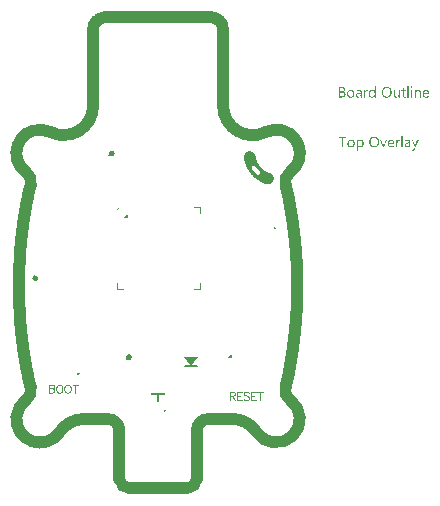
<source format=gto>
G04*
G04 #@! TF.GenerationSoftware,Altium Limited,Altium Designer,21.9.2 (33)*
G04*
G04 Layer_Color=65535*
%FSAX25Y25*%
%MOIN*%
G70*
G04*
G04 #@! TF.SameCoordinates,9B662772-510A-46F8-AEF7-6368D3D20965*
G04*
G04*
G04 #@! TF.FilePolarity,Positive*
G04*
G01*
G75*
%ADD10C,0.01968*%
%ADD11C,0.01181*%
%ADD12C,0.00591*%
%ADD13C,0.00197*%
%ADD14C,0.00787*%
%ADD15C,0.00394*%
%ADD16C,0.03937*%
G36*
X0084544Y0066515D02*
X0084569D01*
X0084624Y0066491D01*
X0084655Y0066472D01*
X0084686Y0066447D01*
X0084692Y0066441D01*
X0084698Y0066435D01*
X0084729Y0066398D01*
X0084754Y0066336D01*
X0084760Y0066299D01*
X0084767Y0066262D01*
Y0066255D01*
Y0066243D01*
X0084760Y0066224D01*
X0084754Y0066200D01*
X0084736Y0066138D01*
X0084711Y0066107D01*
X0084686Y0066076D01*
X0084680D01*
X0084674Y0066064D01*
X0084637Y0066039D01*
X0084581Y0066014D01*
X0084544Y0066008D01*
X0084507Y0066002D01*
X0084488D01*
X0084469Y0066008D01*
X0084445D01*
X0084383Y0066033D01*
X0084352Y0066045D01*
X0084321Y0066070D01*
Y0066076D01*
X0084308Y0066082D01*
X0084296Y0066101D01*
X0084284Y0066119D01*
X0084259Y0066181D01*
X0084253Y0066218D01*
X0084247Y0066262D01*
Y0066268D01*
Y0066280D01*
X0084253Y0066299D01*
X0084259Y0066330D01*
X0084277Y0066386D01*
X0084296Y0066416D01*
X0084321Y0066447D01*
X0084327Y0066453D01*
X0084333Y0066460D01*
X0084370Y0066484D01*
X0084432Y0066509D01*
X0084469Y0066522D01*
X0084525D01*
X0084544Y0066515D01*
D02*
G37*
G36*
X0072554Y0062851D02*
X0072151D01*
Y0063272D01*
X0072139D01*
Y0063266D01*
X0072127Y0063253D01*
X0072108Y0063229D01*
X0072089Y0063198D01*
X0072058Y0063161D01*
X0072021Y0063123D01*
X0071978Y0063080D01*
X0071929Y0063037D01*
X0071873Y0062987D01*
X0071805Y0062944D01*
X0071737Y0062907D01*
X0071656Y0062870D01*
X0071576Y0062839D01*
X0071483Y0062814D01*
X0071384Y0062801D01*
X0071279Y0062795D01*
X0071235D01*
X0071198Y0062801D01*
X0071161Y0062808D01*
X0071111Y0062814D01*
X0071006Y0062839D01*
X0070882Y0062876D01*
X0070759Y0062938D01*
X0070691Y0062975D01*
X0070635Y0063018D01*
X0070573Y0063074D01*
X0070517Y0063130D01*
Y0063136D01*
X0070505Y0063148D01*
X0070492Y0063167D01*
X0070474Y0063191D01*
X0070455Y0063222D01*
X0070430Y0063266D01*
X0070406Y0063315D01*
X0070381Y0063371D01*
X0070350Y0063433D01*
X0070325Y0063501D01*
X0070301Y0063575D01*
X0070282Y0063656D01*
X0070263Y0063742D01*
X0070251Y0063841D01*
X0070245Y0063940D01*
X0070239Y0064046D01*
Y0064052D01*
Y0064070D01*
Y0064108D01*
X0070245Y0064151D01*
X0070251Y0064200D01*
X0070257Y0064262D01*
X0070263Y0064330D01*
X0070276Y0064405D01*
X0070313Y0064566D01*
X0070369Y0064733D01*
X0070406Y0064813D01*
X0070449Y0064894D01*
X0070492Y0064968D01*
X0070548Y0065042D01*
X0070554Y0065048D01*
X0070560Y0065061D01*
X0070579Y0065079D01*
X0070604Y0065104D01*
X0070635Y0065129D01*
X0070678Y0065160D01*
X0070722Y0065197D01*
X0070771Y0065234D01*
X0070895Y0065302D01*
X0071037Y0065364D01*
X0071118Y0065383D01*
X0071204Y0065401D01*
X0071291Y0065414D01*
X0071390Y0065420D01*
X0071439D01*
X0071477Y0065414D01*
X0071514Y0065407D01*
X0071563Y0065401D01*
X0071675Y0065370D01*
X0071798Y0065321D01*
X0071860Y0065290D01*
X0071922Y0065246D01*
X0071984Y0065203D01*
X0072040Y0065148D01*
X0072089Y0065086D01*
X0072139Y0065011D01*
X0072151D01*
Y0066571D01*
X0072554D01*
Y0062851D01*
D02*
G37*
G36*
X0086822Y0065414D02*
X0086896Y0065407D01*
X0086989Y0065389D01*
X0087088Y0065358D01*
X0087193Y0065308D01*
X0087298Y0065240D01*
X0087342Y0065203D01*
X0087385Y0065154D01*
X0087397Y0065141D01*
X0087422Y0065104D01*
X0087453Y0065042D01*
X0087496Y0064956D01*
X0087533Y0064850D01*
X0087571Y0064720D01*
X0087595Y0064566D01*
X0087602Y0064386D01*
Y0062851D01*
X0087199D01*
Y0064281D01*
Y0064287D01*
Y0064318D01*
X0087193Y0064355D01*
Y0064405D01*
X0087181Y0064467D01*
X0087168Y0064535D01*
X0087150Y0064609D01*
X0087125Y0064683D01*
X0087094Y0064758D01*
X0087057Y0064826D01*
X0087007Y0064894D01*
X0086952Y0064956D01*
X0086890Y0065005D01*
X0086809Y0065042D01*
X0086723Y0065073D01*
X0086617Y0065079D01*
X0086605D01*
X0086568Y0065073D01*
X0086512Y0065067D01*
X0086444Y0065048D01*
X0086364Y0065024D01*
X0086277Y0064980D01*
X0086197Y0064925D01*
X0086116Y0064850D01*
X0086110Y0064838D01*
X0086085Y0064813D01*
X0086054Y0064764D01*
X0086017Y0064696D01*
X0085980Y0064615D01*
X0085949Y0064516D01*
X0085924Y0064405D01*
X0085918Y0064281D01*
Y0062851D01*
X0085515D01*
Y0065364D01*
X0085918D01*
Y0064943D01*
X0085930D01*
X0085936Y0064949D01*
X0085943Y0064962D01*
X0085961Y0064986D01*
X0085986Y0065017D01*
X0086011Y0065055D01*
X0086048Y0065092D01*
X0086091Y0065135D01*
X0086141Y0065185D01*
X0086197Y0065228D01*
X0086258Y0065271D01*
X0086326Y0065308D01*
X0086401Y0065346D01*
X0086475Y0065377D01*
X0086562Y0065401D01*
X0086655Y0065414D01*
X0086753Y0065420D01*
X0086791D01*
X0086822Y0065414D01*
D02*
G37*
G36*
X0069824Y0065401D02*
X0069898Y0065395D01*
X0069942Y0065383D01*
X0069972Y0065370D01*
Y0064956D01*
X0069966Y0064962D01*
X0069954Y0064968D01*
X0069929Y0064980D01*
X0069898Y0064999D01*
X0069855Y0065011D01*
X0069799Y0065024D01*
X0069737Y0065030D01*
X0069669Y0065036D01*
X0069657D01*
X0069626Y0065030D01*
X0069576Y0065024D01*
X0069521Y0065005D01*
X0069446Y0064974D01*
X0069378Y0064931D01*
X0069304Y0064869D01*
X0069236Y0064788D01*
X0069230Y0064776D01*
X0069211Y0064745D01*
X0069180Y0064689D01*
X0069149Y0064615D01*
X0069118Y0064522D01*
X0069087Y0064405D01*
X0069069Y0064275D01*
X0069063Y0064126D01*
Y0062851D01*
X0068660D01*
Y0065364D01*
X0069063D01*
Y0064844D01*
X0069075D01*
Y0064850D01*
X0069081Y0064856D01*
X0069094Y0064887D01*
X0069112Y0064937D01*
X0069143Y0064999D01*
X0069174Y0065061D01*
X0069223Y0065129D01*
X0069273Y0065197D01*
X0069335Y0065259D01*
X0069341Y0065265D01*
X0069366Y0065284D01*
X0069403Y0065308D01*
X0069453Y0065333D01*
X0069508Y0065358D01*
X0069576Y0065383D01*
X0069651Y0065401D01*
X0069731Y0065407D01*
X0069787D01*
X0069824Y0065401D01*
D02*
G37*
G36*
X0080563Y0062851D02*
X0080161D01*
Y0063247D01*
X0080149D01*
Y0063241D01*
X0080136Y0063229D01*
X0080124Y0063204D01*
X0080099Y0063179D01*
X0080044Y0063105D01*
X0079957Y0063024D01*
X0079907Y0062981D01*
X0079852Y0062938D01*
X0079790Y0062901D01*
X0079716Y0062863D01*
X0079641Y0062839D01*
X0079561Y0062814D01*
X0079468Y0062801D01*
X0079375Y0062795D01*
X0079338D01*
X0079295Y0062801D01*
X0079233Y0062814D01*
X0079165Y0062826D01*
X0079090Y0062851D01*
X0079010Y0062882D01*
X0078929Y0062931D01*
X0078843Y0062987D01*
X0078762Y0063055D01*
X0078688Y0063142D01*
X0078620Y0063247D01*
X0078558Y0063365D01*
X0078515Y0063507D01*
X0078490Y0063674D01*
X0078478Y0063761D01*
Y0063860D01*
Y0065364D01*
X0078874D01*
Y0063922D01*
Y0063916D01*
Y0063891D01*
X0078880Y0063848D01*
X0078886Y0063798D01*
X0078892Y0063736D01*
X0078905Y0063674D01*
X0078923Y0063600D01*
X0078948Y0063526D01*
X0078985Y0063451D01*
X0079022Y0063383D01*
X0079072Y0063315D01*
X0079134Y0063253D01*
X0079202Y0063204D01*
X0079282Y0063167D01*
X0079381Y0063136D01*
X0079487Y0063130D01*
X0079499D01*
X0079536Y0063136D01*
X0079592Y0063142D01*
X0079654Y0063154D01*
X0079734Y0063185D01*
X0079815Y0063222D01*
X0079895Y0063272D01*
X0079969Y0063346D01*
X0079975Y0063359D01*
X0080000Y0063383D01*
X0080031Y0063433D01*
X0080068Y0063501D01*
X0080099Y0063581D01*
X0080130Y0063680D01*
X0080155Y0063792D01*
X0080161Y0063916D01*
Y0065364D01*
X0080563D01*
Y0062851D01*
D02*
G37*
G36*
X0084698D02*
X0084296D01*
Y0065364D01*
X0084698D01*
Y0062851D01*
D02*
G37*
G36*
X0083479D02*
X0083077D01*
Y0066571D01*
X0083479D01*
Y0062851D01*
D02*
G37*
G36*
X0067100Y0065414D02*
X0067156Y0065407D01*
X0067224Y0065389D01*
X0067298Y0065370D01*
X0067379Y0065339D01*
X0067466Y0065302D01*
X0067546Y0065253D01*
X0067626Y0065191D01*
X0067701Y0065117D01*
X0067769Y0065024D01*
X0067825Y0064918D01*
X0067868Y0064795D01*
X0067893Y0064652D01*
X0067905Y0064485D01*
Y0062851D01*
X0067503D01*
Y0063241D01*
X0067490D01*
Y0063235D01*
X0067478Y0063222D01*
X0067466Y0063198D01*
X0067441Y0063173D01*
X0067379Y0063099D01*
X0067298Y0063018D01*
X0067187Y0062938D01*
X0067057Y0062863D01*
X0066976Y0062839D01*
X0066896Y0062814D01*
X0066809Y0062801D01*
X0066716Y0062795D01*
X0066679D01*
X0066655Y0062801D01*
X0066587Y0062808D01*
X0066506Y0062820D01*
X0066407Y0062845D01*
X0066314Y0062876D01*
X0066215Y0062925D01*
X0066128Y0062987D01*
X0066122Y0062999D01*
X0066097Y0063024D01*
X0066060Y0063068D01*
X0066023Y0063130D01*
X0065986Y0063204D01*
X0065949Y0063291D01*
X0065924Y0063396D01*
X0065918Y0063513D01*
Y0063520D01*
Y0063544D01*
X0065924Y0063581D01*
X0065930Y0063625D01*
X0065943Y0063680D01*
X0065961Y0063742D01*
X0065986Y0063810D01*
X0066023Y0063879D01*
X0066067Y0063953D01*
X0066122Y0064027D01*
X0066190Y0064095D01*
X0066271Y0064157D01*
X0066364Y0064219D01*
X0066475Y0064268D01*
X0066599Y0064306D01*
X0066747Y0064337D01*
X0067503Y0064442D01*
Y0064448D01*
Y0064467D01*
X0067497Y0064504D01*
Y0064541D01*
X0067484Y0064590D01*
X0067478Y0064646D01*
X0067441Y0064764D01*
X0067410Y0064819D01*
X0067379Y0064875D01*
X0067335Y0064931D01*
X0067286Y0064980D01*
X0067224Y0065024D01*
X0067156Y0065055D01*
X0067076Y0065073D01*
X0066983Y0065079D01*
X0066939D01*
X0066908Y0065073D01*
X0066865D01*
X0066822Y0065061D01*
X0066710Y0065042D01*
X0066587Y0065005D01*
X0066450Y0064949D01*
X0066376Y0064912D01*
X0066308Y0064875D01*
X0066234Y0064826D01*
X0066166Y0064770D01*
Y0065185D01*
X0066172D01*
X0066184Y0065197D01*
X0066203Y0065209D01*
X0066234Y0065222D01*
X0066265Y0065240D01*
X0066308Y0065259D01*
X0066357Y0065277D01*
X0066413Y0065302D01*
X0066537Y0065346D01*
X0066686Y0065383D01*
X0066847Y0065407D01*
X0067020Y0065420D01*
X0067057D01*
X0067100Y0065414D01*
D02*
G37*
G36*
X0061412Y0066361D02*
X0061455D01*
X0061498Y0066355D01*
X0061597Y0066342D01*
X0061715Y0066311D01*
X0061839Y0066274D01*
X0061956Y0066218D01*
X0062062Y0066144D01*
X0062068D01*
X0062074Y0066132D01*
X0062105Y0066107D01*
X0062148Y0066057D01*
X0062198Y0065989D01*
X0062241Y0065903D01*
X0062284Y0065804D01*
X0062315Y0065692D01*
X0062328Y0065630D01*
Y0065562D01*
Y0065556D01*
Y0065550D01*
Y0065513D01*
X0062322Y0065457D01*
X0062309Y0065389D01*
X0062291Y0065302D01*
X0062260Y0065215D01*
X0062223Y0065129D01*
X0062167Y0065042D01*
X0062161Y0065030D01*
X0062136Y0065005D01*
X0062099Y0064968D01*
X0062049Y0064918D01*
X0061987Y0064869D01*
X0061913Y0064813D01*
X0061820Y0064770D01*
X0061721Y0064727D01*
Y0064720D01*
X0061740D01*
X0061758Y0064714D01*
X0061777Y0064708D01*
X0061845Y0064696D01*
X0061926Y0064671D01*
X0062012Y0064634D01*
X0062105Y0064590D01*
X0062198Y0064529D01*
X0062284Y0064448D01*
X0062297Y0064436D01*
X0062322Y0064405D01*
X0062353Y0064361D01*
X0062396Y0064293D01*
X0062433Y0064207D01*
X0062470Y0064108D01*
X0062495Y0063990D01*
X0062501Y0063860D01*
Y0063854D01*
Y0063841D01*
Y0063817D01*
X0062495Y0063786D01*
X0062489Y0063749D01*
X0062483Y0063705D01*
X0062458Y0063600D01*
X0062421Y0063482D01*
X0062365Y0063359D01*
X0062328Y0063303D01*
X0062284Y0063241D01*
X0062229Y0063185D01*
X0062173Y0063130D01*
X0062167D01*
X0062161Y0063117D01*
X0062142Y0063105D01*
X0062117Y0063086D01*
X0062086Y0063068D01*
X0062043Y0063043D01*
X0061950Y0062993D01*
X0061833Y0062938D01*
X0061696Y0062894D01*
X0061536Y0062863D01*
X0061455Y0062857D01*
X0061362Y0062851D01*
X0060335D01*
Y0066367D01*
X0061381D01*
X0061412Y0066361D01*
D02*
G37*
G36*
X0081907Y0065364D02*
X0082544D01*
Y0065017D01*
X0081907D01*
Y0063600D01*
Y0063588D01*
Y0063557D01*
X0081913Y0063513D01*
X0081919Y0063458D01*
X0081944Y0063340D01*
X0081963Y0063284D01*
X0081993Y0063241D01*
X0082000Y0063235D01*
X0082012Y0063222D01*
X0082031Y0063210D01*
X0082061Y0063191D01*
X0082099Y0063167D01*
X0082148Y0063154D01*
X0082210Y0063142D01*
X0082278Y0063136D01*
X0082303D01*
X0082334Y0063142D01*
X0082371Y0063148D01*
X0082458Y0063173D01*
X0082501Y0063191D01*
X0082544Y0063216D01*
Y0062870D01*
X0082538D01*
X0082520Y0062857D01*
X0082489Y0062851D01*
X0082445Y0062839D01*
X0082390Y0062826D01*
X0082328Y0062814D01*
X0082253Y0062808D01*
X0082167Y0062801D01*
X0082136D01*
X0082105Y0062808D01*
X0082061Y0062814D01*
X0082012Y0062826D01*
X0081956Y0062839D01*
X0081901Y0062863D01*
X0081839Y0062894D01*
X0081777Y0062931D01*
X0081715Y0062981D01*
X0081659Y0063037D01*
X0081610Y0063111D01*
X0081566Y0063191D01*
X0081535Y0063291D01*
X0081511Y0063402D01*
X0081504Y0063532D01*
Y0065017D01*
X0081077D01*
Y0065364D01*
X0081504D01*
Y0065977D01*
X0081907Y0066107D01*
Y0065364D01*
D02*
G37*
G36*
X0089434Y0065414D02*
X0089477Y0065407D01*
X0089521Y0065401D01*
X0089632Y0065383D01*
X0089756Y0065339D01*
X0089880Y0065284D01*
X0089941Y0065246D01*
X0090003Y0065203D01*
X0090059Y0065154D01*
X0090115Y0065098D01*
X0090121Y0065092D01*
X0090127Y0065086D01*
X0090140Y0065067D01*
X0090158Y0065042D01*
X0090177Y0065005D01*
X0090201Y0064968D01*
X0090226Y0064925D01*
X0090251Y0064869D01*
X0090276Y0064807D01*
X0090300Y0064745D01*
X0090325Y0064671D01*
X0090344Y0064590D01*
X0090362Y0064504D01*
X0090375Y0064417D01*
X0090387Y0064318D01*
Y0064213D01*
Y0064002D01*
X0088611D01*
Y0063996D01*
Y0063984D01*
Y0063965D01*
X0088617Y0063934D01*
X0088623Y0063897D01*
Y0063860D01*
X0088642Y0063761D01*
X0088673Y0063662D01*
X0088710Y0063550D01*
X0088765Y0063445D01*
X0088833Y0063352D01*
X0088846Y0063340D01*
X0088871Y0063315D01*
X0088920Y0063284D01*
X0088988Y0063241D01*
X0089075Y0063198D01*
X0089174Y0063167D01*
X0089291Y0063142D01*
X0089428Y0063130D01*
X0089471D01*
X0089502Y0063136D01*
X0089539D01*
X0089582Y0063142D01*
X0089688Y0063167D01*
X0089805Y0063198D01*
X0089935Y0063247D01*
X0090071Y0063315D01*
X0090140Y0063359D01*
X0090208Y0063408D01*
Y0063030D01*
X0090201D01*
X0090195Y0063018D01*
X0090177Y0063012D01*
X0090146Y0062993D01*
X0090115Y0062975D01*
X0090078Y0062956D01*
X0090028Y0062938D01*
X0089978Y0062913D01*
X0089917Y0062888D01*
X0089849Y0062870D01*
X0089700Y0062832D01*
X0089527Y0062808D01*
X0089335Y0062795D01*
X0089285D01*
X0089248Y0062801D01*
X0089205Y0062808D01*
X0089149Y0062814D01*
X0089031Y0062839D01*
X0088895Y0062876D01*
X0088759Y0062938D01*
X0088691Y0062981D01*
X0088623Y0063024D01*
X0088561Y0063074D01*
X0088499Y0063136D01*
X0088493Y0063142D01*
X0088487Y0063154D01*
X0088474Y0063173D01*
X0088450Y0063198D01*
X0088431Y0063235D01*
X0088406Y0063278D01*
X0088375Y0063328D01*
X0088351Y0063383D01*
X0088320Y0063445D01*
X0088295Y0063520D01*
X0088264Y0063600D01*
X0088245Y0063687D01*
X0088227Y0063779D01*
X0088208Y0063879D01*
X0088202Y0063984D01*
X0088196Y0064095D01*
Y0064101D01*
Y0064120D01*
Y0064151D01*
X0088202Y0064194D01*
X0088208Y0064244D01*
X0088214Y0064299D01*
X0088221Y0064368D01*
X0088239Y0064436D01*
X0088276Y0064584D01*
X0088332Y0064745D01*
X0088369Y0064826D01*
X0088419Y0064900D01*
X0088468Y0064980D01*
X0088524Y0065048D01*
X0088530Y0065055D01*
X0088542Y0065067D01*
X0088561Y0065086D01*
X0088586Y0065104D01*
X0088617Y0065135D01*
X0088654Y0065166D01*
X0088703Y0065197D01*
X0088753Y0065234D01*
X0088871Y0065302D01*
X0089013Y0065364D01*
X0089093Y0065383D01*
X0089174Y0065401D01*
X0089261Y0065414D01*
X0089353Y0065420D01*
X0089403D01*
X0089434Y0065414D01*
D02*
G37*
G36*
X0076392Y0066423D02*
X0076453Y0066416D01*
X0076528Y0066404D01*
X0076608Y0066386D01*
X0076695Y0066367D01*
X0076781Y0066342D01*
X0076881Y0066311D01*
X0076973Y0066268D01*
X0077072Y0066218D01*
X0077171Y0066163D01*
X0077264Y0066094D01*
X0077357Y0066020D01*
X0077444Y0065934D01*
X0077450Y0065927D01*
X0077462Y0065909D01*
X0077487Y0065884D01*
X0077512Y0065847D01*
X0077549Y0065797D01*
X0077586Y0065736D01*
X0077623Y0065667D01*
X0077667Y0065593D01*
X0077710Y0065500D01*
X0077747Y0065407D01*
X0077784Y0065302D01*
X0077821Y0065185D01*
X0077846Y0065067D01*
X0077871Y0064937D01*
X0077883Y0064795D01*
X0077890Y0064652D01*
Y0064640D01*
Y0064615D01*
Y0064572D01*
X0077883Y0064510D01*
X0077877Y0064436D01*
X0077865Y0064355D01*
X0077852Y0064262D01*
X0077834Y0064157D01*
X0077809Y0064052D01*
X0077778Y0063940D01*
X0077741Y0063829D01*
X0077698Y0063718D01*
X0077642Y0063600D01*
X0077580Y0063495D01*
X0077512Y0063389D01*
X0077431Y0063291D01*
X0077425Y0063284D01*
X0077413Y0063272D01*
X0077382Y0063247D01*
X0077351Y0063216D01*
X0077301Y0063173D01*
X0077246Y0063136D01*
X0077184Y0063086D01*
X0077109Y0063043D01*
X0077029Y0062999D01*
X0076936Y0062950D01*
X0076837Y0062913D01*
X0076726Y0062876D01*
X0076608Y0062839D01*
X0076484Y0062814D01*
X0076354Y0062801D01*
X0076212Y0062795D01*
X0076181D01*
X0076138Y0062801D01*
X0076088D01*
X0076026Y0062808D01*
X0075952Y0062820D01*
X0075871Y0062839D01*
X0075779Y0062857D01*
X0075686Y0062882D01*
X0075587Y0062913D01*
X0075488Y0062956D01*
X0075389Y0062999D01*
X0075290Y0063055D01*
X0075191Y0063123D01*
X0075098Y0063198D01*
X0075011Y0063284D01*
X0075005Y0063291D01*
X0074993Y0063309D01*
X0074968Y0063334D01*
X0074943Y0063371D01*
X0074906Y0063420D01*
X0074869Y0063482D01*
X0074832Y0063550D01*
X0074788Y0063631D01*
X0074745Y0063718D01*
X0074708Y0063810D01*
X0074671Y0063916D01*
X0074634Y0064033D01*
X0074609Y0064151D01*
X0074584Y0064281D01*
X0074572Y0064423D01*
X0074565Y0064566D01*
Y0064578D01*
Y0064603D01*
X0074572Y0064646D01*
Y0064708D01*
X0074578Y0064776D01*
X0074590Y0064863D01*
X0074603Y0064956D01*
X0074621Y0065055D01*
X0074646Y0065160D01*
X0074677Y0065271D01*
X0074714Y0065383D01*
X0074757Y0065494D01*
X0074813Y0065605D01*
X0074875Y0065717D01*
X0074943Y0065822D01*
X0075024Y0065921D01*
X0075030Y0065927D01*
X0075042Y0065946D01*
X0075073Y0065971D01*
X0075110Y0066002D01*
X0075153Y0066039D01*
X0075209Y0066082D01*
X0075277Y0066126D01*
X0075352Y0066175D01*
X0075438Y0066224D01*
X0075531Y0066268D01*
X0075630Y0066311D01*
X0075741Y0066348D01*
X0075865Y0066379D01*
X0075995Y0066410D01*
X0076131Y0066423D01*
X0076274Y0066429D01*
X0076342D01*
X0076392Y0066423D01*
D02*
G37*
G36*
X0064364Y0065414D02*
X0064408Y0065407D01*
X0064463Y0065401D01*
X0064587Y0065377D01*
X0064729Y0065333D01*
X0064872Y0065271D01*
X0064946Y0065234D01*
X0065014Y0065191D01*
X0065082Y0065135D01*
X0065144Y0065073D01*
X0065150Y0065067D01*
X0065157Y0065055D01*
X0065175Y0065036D01*
X0065194Y0065011D01*
X0065219Y0064974D01*
X0065243Y0064931D01*
X0065274Y0064881D01*
X0065305Y0064826D01*
X0065330Y0064758D01*
X0065361Y0064689D01*
X0065386Y0064609D01*
X0065410Y0064522D01*
X0065429Y0064429D01*
X0065448Y0064330D01*
X0065454Y0064225D01*
X0065460Y0064114D01*
Y0064108D01*
Y0064089D01*
Y0064058D01*
X0065454Y0064015D01*
X0065448Y0063965D01*
X0065441Y0063903D01*
X0065429Y0063841D01*
X0065417Y0063767D01*
X0065380Y0063618D01*
X0065318Y0063458D01*
X0065280Y0063377D01*
X0065231Y0063297D01*
X0065181Y0063222D01*
X0065119Y0063154D01*
X0065113Y0063148D01*
X0065101Y0063142D01*
X0065082Y0063123D01*
X0065058Y0063099D01*
X0065021Y0063074D01*
X0064983Y0063043D01*
X0064934Y0063006D01*
X0064878Y0062975D01*
X0064816Y0062944D01*
X0064748Y0062907D01*
X0064674Y0062876D01*
X0064593Y0062851D01*
X0064507Y0062826D01*
X0064414Y0062814D01*
X0064315Y0062801D01*
X0064210Y0062795D01*
X0064154D01*
X0064117Y0062801D01*
X0064073Y0062808D01*
X0064018Y0062814D01*
X0063956Y0062826D01*
X0063888Y0062839D01*
X0063745Y0062882D01*
X0063597Y0062944D01*
X0063522Y0062981D01*
X0063454Y0063030D01*
X0063386Y0063080D01*
X0063318Y0063142D01*
X0063312Y0063148D01*
X0063306Y0063161D01*
X0063287Y0063179D01*
X0063269Y0063204D01*
X0063244Y0063241D01*
X0063213Y0063284D01*
X0063182Y0063334D01*
X0063157Y0063389D01*
X0063126Y0063458D01*
X0063095Y0063526D01*
X0063064Y0063600D01*
X0063040Y0063687D01*
X0063003Y0063872D01*
X0062996Y0063971D01*
X0062990Y0064077D01*
Y0064083D01*
Y0064108D01*
Y0064139D01*
X0062996Y0064182D01*
X0063003Y0064231D01*
X0063009Y0064293D01*
X0063021Y0064361D01*
X0063033Y0064436D01*
X0063071Y0064597D01*
X0063133Y0064758D01*
X0063176Y0064838D01*
X0063219Y0064918D01*
X0063269Y0064993D01*
X0063331Y0065061D01*
X0063337Y0065067D01*
X0063349Y0065079D01*
X0063368Y0065092D01*
X0063393Y0065117D01*
X0063430Y0065141D01*
X0063473Y0065172D01*
X0063522Y0065209D01*
X0063578Y0065240D01*
X0063640Y0065271D01*
X0063714Y0065308D01*
X0063789Y0065339D01*
X0063875Y0065364D01*
X0063962Y0065389D01*
X0064061Y0065407D01*
X0064166Y0065414D01*
X0064271Y0065420D01*
X0064327D01*
X0064364Y0065414D01*
D02*
G37*
G36*
X0067577Y0048824D02*
X0067620Y0048818D01*
X0067664Y0048811D01*
X0067775Y0048787D01*
X0067899Y0048749D01*
X0068023Y0048687D01*
X0068085Y0048650D01*
X0068146Y0048601D01*
X0068202Y0048551D01*
X0068258Y0048489D01*
X0068264Y0048483D01*
X0068270Y0048477D01*
X0068283Y0048452D01*
X0068301Y0048428D01*
X0068320Y0048397D01*
X0068344Y0048353D01*
X0068369Y0048304D01*
X0068394Y0048254D01*
X0068419Y0048192D01*
X0068444Y0048124D01*
X0068468Y0048050D01*
X0068487Y0047969D01*
X0068518Y0047790D01*
X0068530Y0047691D01*
Y0047586D01*
Y0047580D01*
Y0047561D01*
Y0047524D01*
X0068524Y0047480D01*
Y0047431D01*
X0068512Y0047369D01*
X0068505Y0047301D01*
X0068493Y0047227D01*
X0068456Y0047066D01*
X0068400Y0046899D01*
X0068363Y0046818D01*
X0068326Y0046738D01*
X0068276Y0046657D01*
X0068221Y0046583D01*
X0068214Y0046577D01*
X0068208Y0046564D01*
X0068190Y0046546D01*
X0068165Y0046527D01*
X0068134Y0046496D01*
X0068097Y0046465D01*
X0068054Y0046428D01*
X0068004Y0046397D01*
X0067948Y0046360D01*
X0067886Y0046323D01*
X0067738Y0046267D01*
X0067657Y0046242D01*
X0067577Y0046224D01*
X0067484Y0046211D01*
X0067385Y0046205D01*
X0067335D01*
X0067305Y0046211D01*
X0067261Y0046218D01*
X0067218Y0046230D01*
X0067106Y0046255D01*
X0066989Y0046304D01*
X0066921Y0046341D01*
X0066859Y0046379D01*
X0066797Y0046428D01*
X0066741Y0046484D01*
X0066679Y0046546D01*
X0066630Y0046620D01*
X0066618D01*
Y0045110D01*
X0066215D01*
Y0048774D01*
X0066618D01*
Y0048329D01*
X0066630D01*
X0066636Y0048335D01*
X0066642Y0048353D01*
X0066661Y0048378D01*
X0066686Y0048409D01*
X0066716Y0048446D01*
X0066754Y0048489D01*
X0066797Y0048533D01*
X0066853Y0048582D01*
X0066908Y0048626D01*
X0066970Y0048669D01*
X0067045Y0048712D01*
X0067119Y0048749D01*
X0067206Y0048787D01*
X0067298Y0048811D01*
X0067391Y0048824D01*
X0067497Y0048830D01*
X0067546D01*
X0067577Y0048824D01*
D02*
G37*
G36*
X0080533Y0048811D02*
X0080607Y0048805D01*
X0080650Y0048793D01*
X0080681Y0048780D01*
Y0048366D01*
X0080675Y0048372D01*
X0080663Y0048378D01*
X0080638Y0048390D01*
X0080607Y0048409D01*
X0080563Y0048421D01*
X0080508Y0048434D01*
X0080446Y0048440D01*
X0080378Y0048446D01*
X0080366D01*
X0080335Y0048440D01*
X0080285Y0048434D01*
X0080229Y0048415D01*
X0080155Y0048384D01*
X0080087Y0048341D01*
X0080013Y0048279D01*
X0079945Y0048199D01*
X0079938Y0048186D01*
X0079920Y0048155D01*
X0079889Y0048099D01*
X0079858Y0048025D01*
X0079827Y0047932D01*
X0079796Y0047815D01*
X0079777Y0047685D01*
X0079771Y0047536D01*
Y0046261D01*
X0079369D01*
Y0048774D01*
X0079771D01*
Y0048254D01*
X0079784D01*
Y0048260D01*
X0079790Y0048267D01*
X0079802Y0048298D01*
X0079821Y0048347D01*
X0079852Y0048409D01*
X0079883Y0048471D01*
X0079932Y0048539D01*
X0079982Y0048607D01*
X0080044Y0048669D01*
X0080050Y0048675D01*
X0080075Y0048694D01*
X0080112Y0048718D01*
X0080161Y0048743D01*
X0080217Y0048768D01*
X0080285Y0048793D01*
X0080359Y0048811D01*
X0080440Y0048818D01*
X0080496D01*
X0080533Y0048811D01*
D02*
G37*
G36*
X0085738Y0045859D02*
X0085732Y0045853D01*
X0085726Y0045828D01*
X0085707Y0045784D01*
X0085683Y0045735D01*
X0085652Y0045679D01*
X0085608Y0045611D01*
X0085565Y0045543D01*
X0085515Y0045469D01*
X0085454Y0045394D01*
X0085392Y0045326D01*
X0085317Y0045258D01*
X0085237Y0045202D01*
X0085157Y0045153D01*
X0085064Y0045110D01*
X0084971Y0045085D01*
X0084866Y0045079D01*
X0084810D01*
X0084773Y0045085D01*
X0084692Y0045097D01*
X0084606Y0045116D01*
Y0045475D01*
X0084612D01*
X0084630Y0045469D01*
X0084655Y0045463D01*
X0084686Y0045456D01*
X0084760Y0045438D01*
X0084841Y0045432D01*
X0084853D01*
X0084890Y0045438D01*
X0084946Y0045450D01*
X0085014Y0045475D01*
X0085088Y0045518D01*
X0085126Y0045549D01*
X0085163Y0045586D01*
X0085200Y0045623D01*
X0085237Y0045673D01*
X0085268Y0045729D01*
X0085299Y0045791D01*
X0085503Y0046261D01*
X0084519Y0048774D01*
X0084965D01*
X0085646Y0046837D01*
Y0046830D01*
X0085652Y0046818D01*
X0085658Y0046799D01*
X0085664Y0046775D01*
X0085670Y0046738D01*
X0085683Y0046701D01*
X0085695Y0046645D01*
X0085714D01*
Y0046657D01*
X0085726Y0046694D01*
X0085738Y0046750D01*
X0085763Y0046830D01*
X0086475Y0048774D01*
X0086890D01*
X0085738Y0045859D01*
D02*
G37*
G36*
X0075308Y0046261D02*
X0074912D01*
X0073959Y0048774D01*
X0074398D01*
X0075042Y0046948D01*
X0075048Y0046942D01*
X0075054Y0046917D01*
X0075067Y0046874D01*
X0075079Y0046830D01*
X0075092Y0046775D01*
X0075110Y0046713D01*
X0075129Y0046595D01*
X0075135D01*
Y0046602D01*
X0075141Y0046626D01*
X0075147Y0046663D01*
X0075153Y0046707D01*
X0075166Y0046762D01*
X0075178Y0046818D01*
X0075215Y0046936D01*
X0075884Y0048774D01*
X0076305D01*
X0075308Y0046261D01*
D02*
G37*
G36*
X0083331Y0048824D02*
X0083386Y0048818D01*
X0083454Y0048799D01*
X0083529Y0048780D01*
X0083609Y0048749D01*
X0083696Y0048712D01*
X0083776Y0048663D01*
X0083857Y0048601D01*
X0083931Y0048526D01*
X0083999Y0048434D01*
X0084055Y0048329D01*
X0084098Y0048205D01*
X0084123Y0048062D01*
X0084135Y0047895D01*
Y0046261D01*
X0083733D01*
Y0046651D01*
X0083720D01*
Y0046645D01*
X0083708Y0046632D01*
X0083696Y0046608D01*
X0083671Y0046583D01*
X0083609Y0046509D01*
X0083529Y0046428D01*
X0083417Y0046348D01*
X0083287Y0046273D01*
X0083207Y0046249D01*
X0083126Y0046224D01*
X0083039Y0046211D01*
X0082947Y0046205D01*
X0082910D01*
X0082885Y0046211D01*
X0082817Y0046218D01*
X0082736Y0046230D01*
X0082637Y0046255D01*
X0082544Y0046286D01*
X0082445Y0046335D01*
X0082359Y0046397D01*
X0082353Y0046410D01*
X0082328Y0046434D01*
X0082291Y0046478D01*
X0082253Y0046540D01*
X0082216Y0046614D01*
X0082179Y0046701D01*
X0082154Y0046806D01*
X0082148Y0046923D01*
Y0046929D01*
Y0046954D01*
X0082154Y0046991D01*
X0082161Y0047035D01*
X0082173Y0047091D01*
X0082191Y0047152D01*
X0082216Y0047221D01*
X0082253Y0047289D01*
X0082297Y0047363D01*
X0082353Y0047437D01*
X0082421Y0047505D01*
X0082501Y0047567D01*
X0082594Y0047629D01*
X0082705Y0047679D01*
X0082829Y0047716D01*
X0082978Y0047747D01*
X0083733Y0047852D01*
Y0047858D01*
Y0047877D01*
X0083727Y0047914D01*
Y0047951D01*
X0083714Y0048000D01*
X0083708Y0048056D01*
X0083671Y0048174D01*
X0083640Y0048229D01*
X0083609Y0048285D01*
X0083566Y0048341D01*
X0083516Y0048390D01*
X0083454Y0048434D01*
X0083386Y0048465D01*
X0083306Y0048483D01*
X0083213Y0048489D01*
X0083170D01*
X0083139Y0048483D01*
X0083095D01*
X0083052Y0048471D01*
X0082941Y0048452D01*
X0082817Y0048415D01*
X0082680Y0048359D01*
X0082606Y0048322D01*
X0082538Y0048285D01*
X0082464Y0048236D01*
X0082396Y0048180D01*
Y0048595D01*
X0082402D01*
X0082414Y0048607D01*
X0082433Y0048619D01*
X0082464Y0048632D01*
X0082495Y0048650D01*
X0082538Y0048669D01*
X0082588Y0048687D01*
X0082643Y0048712D01*
X0082767Y0048756D01*
X0082916Y0048793D01*
X0083077Y0048818D01*
X0083250Y0048830D01*
X0083287D01*
X0083331Y0048824D01*
D02*
G37*
G36*
X0081517Y0046261D02*
X0081115D01*
Y0049981D01*
X0081517D01*
Y0046261D01*
D02*
G37*
G36*
X0062774Y0049406D02*
X0061758D01*
Y0046261D01*
X0061350D01*
Y0049406D01*
X0060335D01*
Y0049777D01*
X0062774D01*
Y0049406D01*
D02*
G37*
G36*
X0077809Y0048824D02*
X0077852Y0048818D01*
X0077896Y0048811D01*
X0078007Y0048793D01*
X0078131Y0048749D01*
X0078255Y0048694D01*
X0078317Y0048656D01*
X0078378Y0048613D01*
X0078434Y0048564D01*
X0078490Y0048508D01*
X0078496Y0048502D01*
X0078502Y0048496D01*
X0078515Y0048477D01*
X0078533Y0048452D01*
X0078552Y0048415D01*
X0078577Y0048378D01*
X0078601Y0048335D01*
X0078626Y0048279D01*
X0078651Y0048217D01*
X0078676Y0048155D01*
X0078700Y0048081D01*
X0078719Y0048000D01*
X0078737Y0047914D01*
X0078750Y0047827D01*
X0078762Y0047728D01*
Y0047623D01*
Y0047412D01*
X0076986D01*
Y0047406D01*
Y0047394D01*
Y0047375D01*
X0076992Y0047344D01*
X0076998Y0047307D01*
Y0047270D01*
X0077017Y0047171D01*
X0077048Y0047072D01*
X0077085Y0046960D01*
X0077140Y0046855D01*
X0077209Y0046762D01*
X0077221Y0046750D01*
X0077246Y0046725D01*
X0077295Y0046694D01*
X0077363Y0046651D01*
X0077450Y0046608D01*
X0077549Y0046577D01*
X0077667Y0046552D01*
X0077803Y0046540D01*
X0077846D01*
X0077877Y0046546D01*
X0077914D01*
X0077958Y0046552D01*
X0078063Y0046577D01*
X0078180Y0046608D01*
X0078310Y0046657D01*
X0078447Y0046725D01*
X0078515Y0046769D01*
X0078583Y0046818D01*
Y0046441D01*
X0078577D01*
X0078570Y0046428D01*
X0078552Y0046422D01*
X0078521Y0046403D01*
X0078490Y0046385D01*
X0078453Y0046366D01*
X0078403Y0046348D01*
X0078354Y0046323D01*
X0078292Y0046298D01*
X0078224Y0046280D01*
X0078075Y0046242D01*
X0077902Y0046218D01*
X0077710Y0046205D01*
X0077660D01*
X0077623Y0046211D01*
X0077580Y0046218D01*
X0077524Y0046224D01*
X0077407Y0046249D01*
X0077271Y0046286D01*
X0077134Y0046348D01*
X0077066Y0046391D01*
X0076998Y0046434D01*
X0076936Y0046484D01*
X0076874Y0046546D01*
X0076868Y0046552D01*
X0076862Y0046564D01*
X0076850Y0046583D01*
X0076825Y0046608D01*
X0076806Y0046645D01*
X0076781Y0046688D01*
X0076750Y0046738D01*
X0076726Y0046793D01*
X0076695Y0046855D01*
X0076670Y0046929D01*
X0076639Y0047010D01*
X0076621Y0047097D01*
X0076602Y0047190D01*
X0076583Y0047289D01*
X0076577Y0047394D01*
X0076571Y0047505D01*
Y0047511D01*
Y0047530D01*
Y0047561D01*
X0076577Y0047604D01*
X0076583Y0047654D01*
X0076590Y0047710D01*
X0076596Y0047778D01*
X0076614Y0047846D01*
X0076652Y0047994D01*
X0076707Y0048155D01*
X0076744Y0048236D01*
X0076794Y0048310D01*
X0076843Y0048390D01*
X0076899Y0048458D01*
X0076905Y0048465D01*
X0076918Y0048477D01*
X0076936Y0048496D01*
X0076961Y0048514D01*
X0076992Y0048545D01*
X0077029Y0048576D01*
X0077079Y0048607D01*
X0077128Y0048644D01*
X0077246Y0048712D01*
X0077388Y0048774D01*
X0077469Y0048793D01*
X0077549Y0048811D01*
X0077636Y0048824D01*
X0077728Y0048830D01*
X0077778D01*
X0077809Y0048824D01*
D02*
G37*
G36*
X0072195Y0049833D02*
X0072257Y0049826D01*
X0072331Y0049814D01*
X0072411Y0049795D01*
X0072498Y0049777D01*
X0072585Y0049752D01*
X0072684Y0049721D01*
X0072777Y0049678D01*
X0072876Y0049628D01*
X0072975Y0049573D01*
X0073067Y0049505D01*
X0073160Y0049430D01*
X0073247Y0049344D01*
X0073253Y0049337D01*
X0073265Y0049319D01*
X0073290Y0049294D01*
X0073315Y0049257D01*
X0073352Y0049207D01*
X0073389Y0049145D01*
X0073427Y0049077D01*
X0073470Y0049003D01*
X0073513Y0048910D01*
X0073550Y0048818D01*
X0073587Y0048712D01*
X0073625Y0048595D01*
X0073649Y0048477D01*
X0073674Y0048347D01*
X0073686Y0048205D01*
X0073693Y0048062D01*
Y0048050D01*
Y0048025D01*
Y0047982D01*
X0073686Y0047920D01*
X0073680Y0047846D01*
X0073668Y0047765D01*
X0073655Y0047672D01*
X0073637Y0047567D01*
X0073612Y0047462D01*
X0073581Y0047350D01*
X0073544Y0047239D01*
X0073501Y0047128D01*
X0073445Y0047010D01*
X0073383Y0046905D01*
X0073315Y0046799D01*
X0073235Y0046701D01*
X0073228Y0046694D01*
X0073216Y0046682D01*
X0073185Y0046657D01*
X0073154Y0046626D01*
X0073105Y0046583D01*
X0073049Y0046546D01*
X0072987Y0046496D01*
X0072913Y0046453D01*
X0072832Y0046410D01*
X0072739Y0046360D01*
X0072640Y0046323D01*
X0072529Y0046286D01*
X0072411Y0046249D01*
X0072287Y0046224D01*
X0072158Y0046211D01*
X0072015Y0046205D01*
X0071984D01*
X0071941Y0046211D01*
X0071891D01*
X0071829Y0046218D01*
X0071755Y0046230D01*
X0071675Y0046249D01*
X0071582Y0046267D01*
X0071489Y0046292D01*
X0071390Y0046323D01*
X0071291Y0046366D01*
X0071192Y0046410D01*
X0071093Y0046465D01*
X0070994Y0046533D01*
X0070901Y0046608D01*
X0070814Y0046694D01*
X0070808Y0046701D01*
X0070796Y0046719D01*
X0070771Y0046744D01*
X0070746Y0046781D01*
X0070709Y0046830D01*
X0070672Y0046892D01*
X0070635Y0046960D01*
X0070591Y0047041D01*
X0070548Y0047128D01*
X0070511Y0047221D01*
X0070474Y0047326D01*
X0070437Y0047443D01*
X0070412Y0047561D01*
X0070387Y0047691D01*
X0070375Y0047833D01*
X0070369Y0047976D01*
Y0047988D01*
Y0048013D01*
X0070375Y0048056D01*
Y0048118D01*
X0070381Y0048186D01*
X0070393Y0048273D01*
X0070406Y0048366D01*
X0070424Y0048465D01*
X0070449Y0048570D01*
X0070480Y0048681D01*
X0070517Y0048793D01*
X0070560Y0048904D01*
X0070616Y0049016D01*
X0070678Y0049127D01*
X0070746Y0049232D01*
X0070827Y0049331D01*
X0070833Y0049337D01*
X0070845Y0049356D01*
X0070876Y0049381D01*
X0070913Y0049412D01*
X0070957Y0049449D01*
X0071012Y0049492D01*
X0071080Y0049536D01*
X0071155Y0049585D01*
X0071241Y0049635D01*
X0071334Y0049678D01*
X0071433Y0049721D01*
X0071545Y0049758D01*
X0071668Y0049789D01*
X0071798Y0049820D01*
X0071935Y0049833D01*
X0072077Y0049839D01*
X0072145D01*
X0072195Y0049833D01*
D02*
G37*
G36*
X0064476Y0048824D02*
X0064519Y0048818D01*
X0064575Y0048811D01*
X0064699Y0048787D01*
X0064841Y0048743D01*
X0064983Y0048681D01*
X0065058Y0048644D01*
X0065126Y0048601D01*
X0065194Y0048545D01*
X0065256Y0048483D01*
X0065262Y0048477D01*
X0065268Y0048465D01*
X0065287Y0048446D01*
X0065305Y0048421D01*
X0065330Y0048384D01*
X0065355Y0048341D01*
X0065386Y0048291D01*
X0065417Y0048236D01*
X0065441Y0048167D01*
X0065472Y0048099D01*
X0065497Y0048019D01*
X0065522Y0047932D01*
X0065540Y0047839D01*
X0065559Y0047740D01*
X0065565Y0047635D01*
X0065571Y0047524D01*
Y0047518D01*
Y0047499D01*
Y0047468D01*
X0065565Y0047425D01*
X0065559Y0047375D01*
X0065553Y0047313D01*
X0065540Y0047251D01*
X0065528Y0047177D01*
X0065491Y0047029D01*
X0065429Y0046868D01*
X0065392Y0046787D01*
X0065342Y0046707D01*
X0065293Y0046632D01*
X0065231Y0046564D01*
X0065225Y0046558D01*
X0065212Y0046552D01*
X0065194Y0046533D01*
X0065169Y0046509D01*
X0065132Y0046484D01*
X0065095Y0046453D01*
X0065045Y0046416D01*
X0064990Y0046385D01*
X0064928Y0046354D01*
X0064859Y0046317D01*
X0064785Y0046286D01*
X0064705Y0046261D01*
X0064618Y0046236D01*
X0064525Y0046224D01*
X0064426Y0046211D01*
X0064321Y0046205D01*
X0064265D01*
X0064228Y0046211D01*
X0064185Y0046218D01*
X0064129Y0046224D01*
X0064067Y0046236D01*
X0063999Y0046249D01*
X0063857Y0046292D01*
X0063708Y0046354D01*
X0063634Y0046391D01*
X0063566Y0046441D01*
X0063498Y0046490D01*
X0063430Y0046552D01*
X0063423Y0046558D01*
X0063417Y0046571D01*
X0063399Y0046589D01*
X0063380Y0046614D01*
X0063355Y0046651D01*
X0063324Y0046694D01*
X0063293Y0046744D01*
X0063269Y0046799D01*
X0063238Y0046868D01*
X0063207Y0046936D01*
X0063176Y0047010D01*
X0063151Y0047097D01*
X0063114Y0047282D01*
X0063108Y0047381D01*
X0063102Y0047487D01*
Y0047493D01*
Y0047518D01*
Y0047548D01*
X0063108Y0047592D01*
X0063114Y0047641D01*
X0063120Y0047703D01*
X0063133Y0047771D01*
X0063145Y0047846D01*
X0063182Y0048007D01*
X0063244Y0048167D01*
X0063287Y0048248D01*
X0063331Y0048329D01*
X0063380Y0048403D01*
X0063442Y0048471D01*
X0063448Y0048477D01*
X0063461Y0048489D01*
X0063479Y0048502D01*
X0063504Y0048526D01*
X0063541Y0048551D01*
X0063584Y0048582D01*
X0063634Y0048619D01*
X0063690Y0048650D01*
X0063752Y0048681D01*
X0063826Y0048718D01*
X0063900Y0048749D01*
X0063987Y0048774D01*
X0064073Y0048799D01*
X0064172Y0048818D01*
X0064278Y0048824D01*
X0064383Y0048830D01*
X0064439D01*
X0064476Y0048824D01*
D02*
G37*
G36*
X0030775Y0044941D02*
X0030892Y0044928D01*
X0031007Y0044907D01*
X0031121Y0044879D01*
X0031233Y0044845D01*
X0031343Y0044803D01*
X0031451Y0044756D01*
X0031555Y0044701D01*
X0031655Y0044641D01*
X0031752Y0044575D01*
X0031845Y0044503D01*
X0031933Y0044425D01*
X0032016Y0044342D01*
X0032094Y0044255D01*
X0032167Y0044162D01*
X0032234Y0044066D01*
X0032295Y0043966D01*
X0032350Y0043862D01*
X0032399Y0043755D01*
X0032441Y0043646D01*
X0032476Y0043534D01*
X0032504Y0043420D01*
X0032526Y0043304D01*
X0032528Y0043288D01*
X0032528Y0043288D01*
X0032559Y0043090D01*
X0032602Y0042868D01*
X0032653Y0042647D01*
X0032710Y0042429D01*
X0032774Y0042212D01*
X0032846Y0041997D01*
X0032925Y0041785D01*
X0033010Y0041575D01*
X0033102Y0041369D01*
X0033201Y0041165D01*
X0033307Y0040965D01*
X0033419Y0040768D01*
X0033537Y0040576D01*
X0033662Y0040387D01*
X0033793Y0040202D01*
X0033930Y0040022D01*
X0034072Y0039846D01*
X0034221Y0039675D01*
X0034374Y0039509D01*
X0034534Y0039348D01*
X0034698Y0039193D01*
X0034867Y0039042D01*
X0035041Y0038898D01*
X0035220Y0038759D01*
X0035403Y0038626D01*
X0035591Y0038500D01*
X0035782Y0038379D01*
X0035978Y0038265D01*
X0036177Y0038157D01*
X0036379Y0038056D01*
X0036585Y0037961D01*
X0036793Y0037874D01*
X0037005Y0037793D01*
X0037216Y0037720D01*
X0037216Y0037720D01*
X0037238Y0037713D01*
X0037348Y0037672D01*
X0037455Y0037624D01*
X0037559Y0037570D01*
X0037660Y0037509D01*
X0037757Y0037443D01*
X0037850Y0037371D01*
X0037938Y0037293D01*
X0038021Y0037211D01*
X0038099Y0037123D01*
X0038172Y0037031D01*
X0038239Y0036935D01*
X0038300Y0036834D01*
X0038355Y0036731D01*
X0038403Y0036624D01*
X0038445Y0036514D01*
X0038481Y0036402D01*
X0038509Y0036288D01*
X0038531Y0036173D01*
X0038545Y0036056D01*
X0038553Y0035939D01*
X0038553Y0035822D01*
X0038546Y0035704D01*
X0038533Y0035588D01*
X0038512Y0035472D01*
X0038484Y0035358D01*
X0038450Y0035246D01*
X0038408Y0035136D01*
X0038361Y0035029D01*
X0038306Y0034925D01*
X0038246Y0034824D01*
X0038180Y0034727D01*
X0038107Y0034635D01*
X0038030Y0034547D01*
X0037947Y0034463D01*
X0037860Y0034385D01*
X0037767Y0034312D01*
X0037671Y0034245D01*
X0037571Y0034184D01*
X0037467Y0034129D01*
X0037360Y0034081D01*
X0037251Y0034039D01*
X0037139Y0034004D01*
X0037025Y0033975D01*
X0036909Y0033954D01*
X0036793Y0033939D01*
X0036676Y0033932D01*
X0036558Y0033931D01*
X0036441Y0033938D01*
X0036324Y0033952D01*
X0036209Y0033972D01*
X0036095Y0034000D01*
X0036005Y0034028D01*
X0036005Y0034028D01*
X0035860Y0034076D01*
X0035584Y0034175D01*
X0035312Y0034281D01*
X0035042Y0034394D01*
X0034776Y0034515D01*
X0034512Y0034643D01*
X0034253Y0034778D01*
X0033997Y0034920D01*
X0033746Y0035069D01*
X0033498Y0035225D01*
X0033255Y0035387D01*
X0033016Y0035556D01*
X0032781Y0035732D01*
X0032552Y0035913D01*
X0032328Y0036101D01*
X0032109Y0036294D01*
X0031895Y0036494D01*
X0031686Y0036699D01*
X0031483Y0036910D01*
X0031286Y0037126D01*
X0031095Y0037348D01*
X0030910Y0037575D01*
X0030732Y0037806D01*
X0030559Y0038043D01*
X0030393Y0038283D01*
X0030234Y0038529D01*
X0030081Y0038778D01*
X0029935Y0039032D01*
X0029796Y0039289D01*
X0029664Y0039550D01*
X0029539Y0039815D01*
X0029422Y0040083D01*
X0029312Y0040354D01*
X0029209Y0040627D01*
X0029113Y0040904D01*
X0029025Y0041183D01*
X0028945Y0041464D01*
X0028872Y0041747D01*
X0028807Y0042033D01*
X0028750Y0042320D01*
X0028700Y0042608D01*
X0028684Y0042724D01*
X0028683Y0042724D01*
X0028671Y0042823D01*
X0028663Y0042940D01*
X0028663Y0043058D01*
X0028670Y0043175D01*
X0028683Y0043292D01*
X0028704Y0043407D01*
X0028732Y0043521D01*
X0028766Y0043633D01*
X0028808Y0043743D01*
X0028855Y0043850D01*
X0028910Y0043955D01*
X0028970Y0044055D01*
X0029036Y0044152D01*
X0029109Y0044245D01*
X0029186Y0044333D01*
X0029269Y0044416D01*
X0029356Y0044494D01*
X0029449Y0044567D01*
X0029545Y0044634D01*
X0029645Y0044695D01*
X0029749Y0044750D01*
X0029856Y0044798D01*
X0029965Y0044840D01*
X0030077Y0044876D01*
X0030191Y0044904D01*
X0030307Y0044926D01*
X0030423Y0044940D01*
X0030540Y0044948D01*
X0030658Y0044948D01*
X0030775Y0044941D01*
D02*
G37*
G36*
X-0010089Y0022835D02*
X-0011220D01*
X-0010531Y0023524D01*
X-0010089D01*
Y0022835D01*
D02*
G37*
G36*
X0039228Y0019364D02*
Y0018921D01*
X0038539D01*
Y0020053D01*
X0039228Y0019364D01*
D02*
G37*
G36*
X0024508Y-0023819D02*
X0023376D01*
X0024065Y-0023130D01*
X0024508D01*
Y-0023819D01*
D02*
G37*
G36*
X0010925Y-0026673D02*
X0008563Y-0023524D01*
X0013287D01*
X0010925Y-0026673D01*
D02*
G37*
G36*
X-0026526Y-0029626D02*
X-0026969D01*
Y-0028937D01*
X-0025837D01*
X-0026526Y-0029626D01*
D02*
G37*
G36*
X0002362Y-0036220D02*
X0000197D01*
Y-0038583D01*
X-0000197D01*
X-0000197Y-0036220D01*
X-0002362Y-0036220D01*
X-0002362Y-0035728D01*
X0002362D01*
Y-0036220D01*
D02*
G37*
%LPC*%
G36*
X0071439Y0065079D02*
X0071402D01*
X0071378Y0065073D01*
X0071310Y0065067D01*
X0071229Y0065048D01*
X0071136Y0065011D01*
X0071037Y0064962D01*
X0070944Y0064900D01*
X0070901Y0064856D01*
X0070858Y0064807D01*
X0070851Y0064795D01*
X0070827Y0064758D01*
X0070789Y0064696D01*
X0070752Y0064615D01*
X0070715Y0064510D01*
X0070678Y0064380D01*
X0070653Y0064231D01*
X0070647Y0064064D01*
Y0064058D01*
Y0064046D01*
Y0064021D01*
X0070653Y0063990D01*
Y0063959D01*
X0070660Y0063916D01*
X0070672Y0063817D01*
X0070697Y0063705D01*
X0070734Y0063594D01*
X0070783Y0063482D01*
X0070851Y0063377D01*
X0070864Y0063365D01*
X0070889Y0063340D01*
X0070932Y0063297D01*
X0070994Y0063253D01*
X0071074Y0063210D01*
X0071167Y0063167D01*
X0071272Y0063142D01*
X0071396Y0063130D01*
X0071427D01*
X0071452Y0063136D01*
X0071514Y0063142D01*
X0071588Y0063161D01*
X0071675Y0063191D01*
X0071768Y0063229D01*
X0071854Y0063291D01*
X0071941Y0063371D01*
X0071947Y0063383D01*
X0071972Y0063414D01*
X0072009Y0063470D01*
X0072046Y0063538D01*
X0072083Y0063625D01*
X0072120Y0063730D01*
X0072145Y0063854D01*
X0072151Y0063984D01*
Y0064355D01*
Y0064361D01*
Y0064368D01*
Y0064405D01*
X0072139Y0064460D01*
X0072127Y0064535D01*
X0072102Y0064615D01*
X0072065Y0064702D01*
X0072015Y0064788D01*
X0071947Y0064869D01*
X0071941Y0064875D01*
X0071910Y0064900D01*
X0071867Y0064937D01*
X0071811Y0064974D01*
X0071737Y0065011D01*
X0071650Y0065048D01*
X0071551Y0065073D01*
X0071439Y0065079D01*
D02*
G37*
G36*
X0067503Y0064120D02*
X0066896Y0064033D01*
X0066884D01*
X0066853Y0064027D01*
X0066803Y0064015D01*
X0066741Y0064002D01*
X0066673Y0063984D01*
X0066599Y0063959D01*
X0066537Y0063934D01*
X0066475Y0063897D01*
X0066469Y0063891D01*
X0066450Y0063879D01*
X0066432Y0063854D01*
X0066407Y0063817D01*
X0066376Y0063767D01*
X0066357Y0063705D01*
X0066339Y0063631D01*
X0066333Y0063544D01*
Y0063538D01*
Y0063513D01*
X0066339Y0063482D01*
X0066351Y0063439D01*
X0066364Y0063389D01*
X0066388Y0063340D01*
X0066419Y0063291D01*
X0066463Y0063241D01*
X0066469Y0063235D01*
X0066487Y0063222D01*
X0066518Y0063204D01*
X0066556Y0063185D01*
X0066605Y0063167D01*
X0066667Y0063148D01*
X0066735Y0063136D01*
X0066816Y0063130D01*
X0066828D01*
X0066865Y0063136D01*
X0066921Y0063142D01*
X0066989Y0063154D01*
X0067063Y0063179D01*
X0067150Y0063216D01*
X0067230Y0063272D01*
X0067305Y0063340D01*
X0067311Y0063352D01*
X0067335Y0063377D01*
X0067366Y0063420D01*
X0067404Y0063482D01*
X0067441Y0063563D01*
X0067472Y0063649D01*
X0067497Y0063755D01*
X0067503Y0063866D01*
Y0064120D01*
D02*
G37*
G36*
X0061220Y0065996D02*
X0060749D01*
Y0064856D01*
X0061226D01*
X0061288Y0064863D01*
X0061362Y0064875D01*
X0061449Y0064894D01*
X0061542Y0064925D01*
X0061622Y0064962D01*
X0061703Y0065017D01*
X0061709Y0065024D01*
X0061734Y0065048D01*
X0061765Y0065086D01*
X0061802Y0065141D01*
X0061833Y0065203D01*
X0061864Y0065284D01*
X0061888Y0065377D01*
X0061895Y0065482D01*
Y0065488D01*
Y0065507D01*
X0061888Y0065531D01*
X0061882Y0065562D01*
X0061857Y0065643D01*
X0061839Y0065692D01*
X0061808Y0065742D01*
X0061777Y0065785D01*
X0061727Y0065835D01*
X0061678Y0065878D01*
X0061610Y0065915D01*
X0061536Y0065946D01*
X0061443Y0065971D01*
X0061337Y0065989D01*
X0061220Y0065996D01*
D02*
G37*
G36*
Y0064485D02*
X0060749D01*
Y0063222D01*
X0061368D01*
X0061430Y0063229D01*
X0061517Y0063241D01*
X0061604Y0063266D01*
X0061696Y0063291D01*
X0061789Y0063334D01*
X0061870Y0063389D01*
X0061876Y0063396D01*
X0061901Y0063420D01*
X0061932Y0063458D01*
X0061969Y0063513D01*
X0062006Y0063581D01*
X0062037Y0063662D01*
X0062062Y0063761D01*
X0062068Y0063866D01*
Y0063872D01*
Y0063891D01*
X0062062Y0063922D01*
X0062055Y0063965D01*
X0062043Y0064008D01*
X0062024Y0064064D01*
X0062000Y0064120D01*
X0061963Y0064176D01*
X0061919Y0064231D01*
X0061864Y0064287D01*
X0061796Y0064343D01*
X0061709Y0064386D01*
X0061616Y0064429D01*
X0061498Y0064460D01*
X0061368Y0064479D01*
X0061220Y0064485D01*
D02*
G37*
G36*
X0089347Y0065079D02*
X0089298D01*
X0089248Y0065067D01*
X0089180Y0065055D01*
X0089106Y0065030D01*
X0089019Y0064993D01*
X0088939Y0064943D01*
X0088858Y0064875D01*
X0088852Y0064869D01*
X0088827Y0064838D01*
X0088796Y0064795D01*
X0088753Y0064733D01*
X0088710Y0064658D01*
X0088673Y0064566D01*
X0088642Y0064460D01*
X0088617Y0064343D01*
X0089972D01*
Y0064349D01*
Y0064361D01*
Y0064374D01*
Y0064398D01*
X0089966Y0064467D01*
X0089954Y0064541D01*
X0089929Y0064634D01*
X0089904Y0064720D01*
X0089861Y0064807D01*
X0089805Y0064887D01*
X0089799Y0064894D01*
X0089774Y0064918D01*
X0089737Y0064949D01*
X0089688Y0064986D01*
X0089619Y0065017D01*
X0089539Y0065048D01*
X0089452Y0065073D01*
X0089347Y0065079D01*
D02*
G37*
G36*
X0076243Y0066051D02*
X0076187D01*
X0076150Y0066045D01*
X0076101Y0066039D01*
X0076051Y0066033D01*
X0075989Y0066020D01*
X0075921Y0066002D01*
X0075779Y0065952D01*
X0075704Y0065921D01*
X0075624Y0065884D01*
X0075550Y0065835D01*
X0075475Y0065779D01*
X0075407Y0065717D01*
X0075339Y0065649D01*
X0075333Y0065643D01*
X0075327Y0065630D01*
X0075308Y0065605D01*
X0075283Y0065575D01*
X0075259Y0065537D01*
X0075234Y0065488D01*
X0075203Y0065432D01*
X0075172Y0065370D01*
X0075135Y0065296D01*
X0075104Y0065222D01*
X0075079Y0065135D01*
X0075054Y0065042D01*
X0075030Y0064943D01*
X0075011Y0064832D01*
X0075005Y0064720D01*
X0074999Y0064603D01*
Y0064597D01*
Y0064572D01*
Y0064541D01*
X0075005Y0064498D01*
X0075011Y0064442D01*
X0075017Y0064374D01*
X0075030Y0064306D01*
X0075042Y0064231D01*
X0075079Y0064064D01*
X0075141Y0063885D01*
X0075178Y0063798D01*
X0075222Y0063718D01*
X0075277Y0063631D01*
X0075333Y0063557D01*
X0075339Y0063550D01*
X0075352Y0063538D01*
X0075370Y0063520D01*
X0075395Y0063495D01*
X0075426Y0063464D01*
X0075469Y0063433D01*
X0075519Y0063396D01*
X0075568Y0063359D01*
X0075630Y0063321D01*
X0075698Y0063284D01*
X0075847Y0063222D01*
X0075933Y0063198D01*
X0076020Y0063179D01*
X0076113Y0063167D01*
X0076212Y0063161D01*
X0076268D01*
X0076311Y0063167D01*
X0076354Y0063173D01*
X0076416Y0063179D01*
X0076478Y0063191D01*
X0076546Y0063210D01*
X0076689Y0063253D01*
X0076769Y0063284D01*
X0076843Y0063321D01*
X0076918Y0063365D01*
X0076992Y0063414D01*
X0077060Y0063470D01*
X0077128Y0063538D01*
X0077134Y0063544D01*
X0077140Y0063557D01*
X0077159Y0063575D01*
X0077178Y0063606D01*
X0077209Y0063649D01*
X0077233Y0063693D01*
X0077264Y0063749D01*
X0077295Y0063810D01*
X0077326Y0063885D01*
X0077357Y0063965D01*
X0077388Y0064052D01*
X0077413Y0064145D01*
X0077431Y0064244D01*
X0077450Y0064355D01*
X0077456Y0064473D01*
X0077462Y0064597D01*
Y0064603D01*
Y0064627D01*
Y0064665D01*
X0077456Y0064708D01*
X0077450Y0064770D01*
X0077444Y0064838D01*
X0077438Y0064912D01*
X0077419Y0064993D01*
X0077382Y0065160D01*
X0077326Y0065339D01*
X0077289Y0065426D01*
X0077246Y0065513D01*
X0077190Y0065593D01*
X0077134Y0065667D01*
X0077128Y0065674D01*
X0077122Y0065686D01*
X0077103Y0065705D01*
X0077072Y0065729D01*
X0077041Y0065754D01*
X0077004Y0065791D01*
X0076955Y0065822D01*
X0076905Y0065859D01*
X0076843Y0065896D01*
X0076775Y0065927D01*
X0076701Y0065965D01*
X0076621Y0065989D01*
X0076534Y0066014D01*
X0076447Y0066033D01*
X0076348Y0066045D01*
X0076243Y0066051D01*
D02*
G37*
G36*
X0064240Y0065079D02*
X0064203D01*
X0064179Y0065073D01*
X0064104Y0065067D01*
X0064018Y0065048D01*
X0063919Y0065017D01*
X0063813Y0064968D01*
X0063714Y0064900D01*
X0063665Y0064863D01*
X0063621Y0064813D01*
X0063609Y0064801D01*
X0063584Y0064764D01*
X0063553Y0064708D01*
X0063510Y0064627D01*
X0063467Y0064522D01*
X0063436Y0064398D01*
X0063411Y0064256D01*
X0063399Y0064089D01*
Y0064083D01*
Y0064070D01*
Y0064046D01*
X0063405Y0064015D01*
Y0063977D01*
X0063411Y0063934D01*
X0063430Y0063835D01*
X0063454Y0063724D01*
X0063498Y0063606D01*
X0063553Y0063489D01*
X0063628Y0063383D01*
X0063640Y0063371D01*
X0063671Y0063346D01*
X0063721Y0063303D01*
X0063789Y0063260D01*
X0063875Y0063210D01*
X0063981Y0063167D01*
X0064104Y0063142D01*
X0064240Y0063130D01*
X0064278D01*
X0064302Y0063136D01*
X0064377Y0063142D01*
X0064463Y0063161D01*
X0064556Y0063191D01*
X0064661Y0063235D01*
X0064754Y0063297D01*
X0064841Y0063377D01*
X0064847Y0063389D01*
X0064872Y0063427D01*
X0064909Y0063482D01*
X0064946Y0063563D01*
X0064983Y0063668D01*
X0065021Y0063792D01*
X0065045Y0063934D01*
X0065051Y0064101D01*
Y0064108D01*
Y0064120D01*
Y0064145D01*
Y0064182D01*
X0065045Y0064219D01*
X0065039Y0064262D01*
X0065027Y0064368D01*
X0065002Y0064485D01*
X0064965Y0064603D01*
X0064909Y0064720D01*
X0064841Y0064826D01*
X0064829Y0064838D01*
X0064804Y0064863D01*
X0064754Y0064906D01*
X0064686Y0064956D01*
X0064600Y0064999D01*
X0064500Y0065042D01*
X0064377Y0065067D01*
X0064240Y0065079D01*
D02*
G37*
G36*
X0067397Y0048489D02*
X0067366D01*
X0067342Y0048483D01*
X0067274Y0048477D01*
X0067193Y0048458D01*
X0067106Y0048428D01*
X0067007Y0048384D01*
X0066915Y0048322D01*
X0066828Y0048242D01*
X0066822Y0048229D01*
X0066797Y0048199D01*
X0066760Y0048149D01*
X0066723Y0048075D01*
X0066686Y0047988D01*
X0066648Y0047883D01*
X0066624Y0047765D01*
X0066618Y0047635D01*
Y0047282D01*
Y0047276D01*
Y0047270D01*
X0066624Y0047233D01*
X0066630Y0047171D01*
X0066642Y0047103D01*
X0066667Y0047016D01*
X0066704Y0046929D01*
X0066754Y0046843D01*
X0066822Y0046756D01*
X0066834Y0046750D01*
X0066859Y0046725D01*
X0066902Y0046688D01*
X0066964Y0046651D01*
X0067038Y0046608D01*
X0067125Y0046577D01*
X0067224Y0046552D01*
X0067335Y0046540D01*
X0067373D01*
X0067397Y0046546D01*
X0067459Y0046552D01*
X0067546Y0046577D01*
X0067633Y0046608D01*
X0067732Y0046657D01*
X0067825Y0046725D01*
X0067868Y0046769D01*
X0067905Y0046818D01*
Y0046824D01*
X0067911Y0046830D01*
X0067924Y0046849D01*
X0067936Y0046868D01*
X0067954Y0046899D01*
X0067973Y0046936D01*
X0068010Y0047022D01*
X0068047Y0047134D01*
X0068085Y0047264D01*
X0068109Y0047418D01*
X0068116Y0047598D01*
Y0047604D01*
Y0047617D01*
Y0047635D01*
Y0047666D01*
X0068109Y0047703D01*
X0068103Y0047740D01*
X0068091Y0047833D01*
X0068066Y0047938D01*
X0068035Y0048050D01*
X0067985Y0048155D01*
X0067924Y0048248D01*
X0067917Y0048260D01*
X0067886Y0048285D01*
X0067843Y0048322D01*
X0067787Y0048372D01*
X0067713Y0048415D01*
X0067620Y0048452D01*
X0067515Y0048477D01*
X0067397Y0048489D01*
D02*
G37*
G36*
X0083733Y0047530D02*
X0083126Y0047443D01*
X0083114D01*
X0083083Y0047437D01*
X0083033Y0047425D01*
X0082972Y0047412D01*
X0082903Y0047394D01*
X0082829Y0047369D01*
X0082767Y0047344D01*
X0082705Y0047307D01*
X0082699Y0047301D01*
X0082680Y0047289D01*
X0082662Y0047264D01*
X0082637Y0047227D01*
X0082606Y0047177D01*
X0082588Y0047115D01*
X0082569Y0047041D01*
X0082563Y0046954D01*
Y0046948D01*
Y0046923D01*
X0082569Y0046892D01*
X0082582Y0046849D01*
X0082594Y0046799D01*
X0082619Y0046750D01*
X0082650Y0046701D01*
X0082693Y0046651D01*
X0082699Y0046645D01*
X0082718Y0046632D01*
X0082749Y0046614D01*
X0082786Y0046595D01*
X0082835Y0046577D01*
X0082897Y0046558D01*
X0082965Y0046546D01*
X0083046Y0046540D01*
X0083058D01*
X0083095Y0046546D01*
X0083151Y0046552D01*
X0083219Y0046564D01*
X0083293Y0046589D01*
X0083380Y0046626D01*
X0083460Y0046682D01*
X0083535Y0046750D01*
X0083541Y0046762D01*
X0083566Y0046787D01*
X0083597Y0046830D01*
X0083634Y0046892D01*
X0083671Y0046973D01*
X0083702Y0047060D01*
X0083727Y0047165D01*
X0083733Y0047276D01*
Y0047530D01*
D02*
G37*
G36*
X0077722Y0048489D02*
X0077673D01*
X0077623Y0048477D01*
X0077555Y0048465D01*
X0077481Y0048440D01*
X0077394Y0048403D01*
X0077314Y0048353D01*
X0077233Y0048285D01*
X0077227Y0048279D01*
X0077202Y0048248D01*
X0077171Y0048205D01*
X0077128Y0048143D01*
X0077085Y0048068D01*
X0077048Y0047976D01*
X0077017Y0047870D01*
X0076992Y0047753D01*
X0078347D01*
Y0047759D01*
Y0047771D01*
Y0047784D01*
Y0047809D01*
X0078341Y0047877D01*
X0078329Y0047951D01*
X0078304Y0048044D01*
X0078279Y0048130D01*
X0078236Y0048217D01*
X0078180Y0048298D01*
X0078174Y0048304D01*
X0078149Y0048329D01*
X0078112Y0048359D01*
X0078063Y0048397D01*
X0077995Y0048428D01*
X0077914Y0048458D01*
X0077828Y0048483D01*
X0077722Y0048489D01*
D02*
G37*
G36*
X0072046Y0049461D02*
X0071990D01*
X0071953Y0049455D01*
X0071904Y0049449D01*
X0071854Y0049443D01*
X0071792Y0049430D01*
X0071724Y0049412D01*
X0071582Y0049362D01*
X0071508Y0049331D01*
X0071427Y0049294D01*
X0071353Y0049245D01*
X0071279Y0049189D01*
X0071210Y0049127D01*
X0071142Y0049059D01*
X0071136Y0049053D01*
X0071130Y0049040D01*
X0071111Y0049016D01*
X0071087Y0048985D01*
X0071062Y0048948D01*
X0071037Y0048898D01*
X0071006Y0048842D01*
X0070975Y0048780D01*
X0070938Y0048706D01*
X0070907Y0048632D01*
X0070882Y0048545D01*
X0070858Y0048452D01*
X0070833Y0048353D01*
X0070814Y0048242D01*
X0070808Y0048130D01*
X0070802Y0048013D01*
Y0048007D01*
Y0047982D01*
Y0047951D01*
X0070808Y0047908D01*
X0070814Y0047852D01*
X0070820Y0047784D01*
X0070833Y0047716D01*
X0070845Y0047641D01*
X0070882Y0047474D01*
X0070944Y0047295D01*
X0070981Y0047208D01*
X0071025Y0047128D01*
X0071080Y0047041D01*
X0071136Y0046967D01*
X0071142Y0046960D01*
X0071155Y0046948D01*
X0071173Y0046929D01*
X0071198Y0046905D01*
X0071229Y0046874D01*
X0071272Y0046843D01*
X0071322Y0046806D01*
X0071371Y0046769D01*
X0071433Y0046731D01*
X0071501Y0046694D01*
X0071650Y0046632D01*
X0071737Y0046608D01*
X0071823Y0046589D01*
X0071916Y0046577D01*
X0072015Y0046571D01*
X0072071D01*
X0072114Y0046577D01*
X0072158Y0046583D01*
X0072219Y0046589D01*
X0072281Y0046602D01*
X0072349Y0046620D01*
X0072492Y0046663D01*
X0072572Y0046694D01*
X0072646Y0046731D01*
X0072721Y0046775D01*
X0072795Y0046824D01*
X0072863Y0046880D01*
X0072931Y0046948D01*
X0072938Y0046954D01*
X0072944Y0046967D01*
X0072962Y0046985D01*
X0072981Y0047016D01*
X0073012Y0047060D01*
X0073036Y0047103D01*
X0073067Y0047159D01*
X0073098Y0047221D01*
X0073129Y0047295D01*
X0073160Y0047375D01*
X0073191Y0047462D01*
X0073216Y0047555D01*
X0073235Y0047654D01*
X0073253Y0047765D01*
X0073259Y0047883D01*
X0073265Y0048007D01*
Y0048013D01*
Y0048037D01*
Y0048075D01*
X0073259Y0048118D01*
X0073253Y0048180D01*
X0073247Y0048248D01*
X0073241Y0048322D01*
X0073222Y0048403D01*
X0073185Y0048570D01*
X0073129Y0048749D01*
X0073092Y0048836D01*
X0073049Y0048923D01*
X0072993Y0049003D01*
X0072938Y0049077D01*
X0072931Y0049084D01*
X0072925Y0049096D01*
X0072907Y0049115D01*
X0072876Y0049139D01*
X0072845Y0049164D01*
X0072808Y0049201D01*
X0072758Y0049232D01*
X0072708Y0049269D01*
X0072646Y0049306D01*
X0072578Y0049337D01*
X0072504Y0049375D01*
X0072424Y0049399D01*
X0072337Y0049424D01*
X0072250Y0049443D01*
X0072151Y0049455D01*
X0072046Y0049461D01*
D02*
G37*
G36*
X0064352Y0048489D02*
X0064315D01*
X0064290Y0048483D01*
X0064216Y0048477D01*
X0064129Y0048458D01*
X0064030Y0048428D01*
X0063925Y0048378D01*
X0063826Y0048310D01*
X0063776Y0048273D01*
X0063733Y0048223D01*
X0063721Y0048211D01*
X0063696Y0048174D01*
X0063665Y0048118D01*
X0063621Y0048037D01*
X0063578Y0047932D01*
X0063547Y0047809D01*
X0063522Y0047666D01*
X0063510Y0047499D01*
Y0047493D01*
Y0047480D01*
Y0047456D01*
X0063516Y0047425D01*
Y0047388D01*
X0063522Y0047344D01*
X0063541Y0047245D01*
X0063566Y0047134D01*
X0063609Y0047016D01*
X0063665Y0046899D01*
X0063739Y0046793D01*
X0063752Y0046781D01*
X0063783Y0046756D01*
X0063832Y0046713D01*
X0063900Y0046670D01*
X0063987Y0046620D01*
X0064092Y0046577D01*
X0064216Y0046552D01*
X0064352Y0046540D01*
X0064389D01*
X0064414Y0046546D01*
X0064488Y0046552D01*
X0064575Y0046571D01*
X0064668Y0046602D01*
X0064773Y0046645D01*
X0064866Y0046707D01*
X0064952Y0046787D01*
X0064959Y0046799D01*
X0064983Y0046837D01*
X0065021Y0046892D01*
X0065058Y0046973D01*
X0065095Y0047078D01*
X0065132Y0047202D01*
X0065157Y0047344D01*
X0065163Y0047511D01*
Y0047518D01*
Y0047530D01*
Y0047555D01*
Y0047592D01*
X0065157Y0047629D01*
X0065150Y0047672D01*
X0065138Y0047778D01*
X0065113Y0047895D01*
X0065076Y0048013D01*
X0065021Y0048130D01*
X0064952Y0048236D01*
X0064940Y0048248D01*
X0064915Y0048273D01*
X0064866Y0048316D01*
X0064798Y0048366D01*
X0064711Y0048409D01*
X0064612Y0048452D01*
X0064488Y0048477D01*
X0064352Y0048489D01*
D02*
G37*
G36*
X0031819Y0040107D02*
X0031750Y0040101D01*
X0031683Y0040088D01*
X0031617Y0040067D01*
X0031553Y0040039D01*
X0031494Y0040004D01*
X0031438Y0039963D01*
X0031388Y0039915D01*
X0031343Y0039863D01*
X0031305Y0039805D01*
X0031273Y0039744D01*
X0031248Y0039680D01*
X0031230Y0039613D01*
X0031220Y0039544D01*
X0031218Y0039475D01*
X0031224Y0039406D01*
X0031237Y0039338D01*
X0031258Y0039272D01*
X0031286Y0039209D01*
X0031321Y0039150D01*
X0031362Y0039094D01*
X0031363Y0039095D01*
X0032881Y0037285D01*
X0032881Y0037285D01*
X0032928Y0037234D01*
X0032981Y0037190D01*
X0033038Y0037151D01*
X0033099Y0037119D01*
X0033164Y0037094D01*
X0033231Y0037077D01*
X0033299Y0037067D01*
X0033369Y0037065D01*
X0033437Y0037070D01*
X0033505Y0037084D01*
X0033571Y0037104D01*
X0033634Y0037132D01*
X0033694Y0037167D01*
X0033749Y0037209D01*
X0033800Y0037256D01*
X0033845Y0037309D01*
X0033883Y0037366D01*
X0033915Y0037427D01*
X0033940Y0037492D01*
X0033957Y0037559D01*
X0033967Y0037627D01*
X0033969Y0037696D01*
X0033964Y0037765D01*
X0033950Y0037833D01*
X0033930Y0037899D01*
X0033902Y0037962D01*
X0033867Y0038022D01*
X0033825Y0038077D01*
X0033825Y0038077D01*
X0032307Y0039887D01*
X0032307Y0039887D01*
X0032260Y0039937D01*
X0032207Y0039982D01*
X0032150Y0040021D01*
X0032088Y0040053D01*
X0032024Y0040077D01*
X0031957Y0040095D01*
X0031888Y0040105D01*
X0031819Y0040107D01*
D02*
G37*
%LPD*%
D10*
X-0009744Y-0023720D02*
G03*
X-0009744Y-0023720I-0000197J0000000D01*
G01*
X-0015453Y0044193D02*
G03*
X-0015453Y0044193I-0000197J0000000D01*
G01*
D11*
X-0040551Y0002657D02*
G03*
X-0040551Y0002657I-0000394J0000000D01*
G01*
D12*
X0002239Y-0041502D02*
G03*
X0002239Y-0041502I-0000197J0000000D01*
G01*
D13*
X0013976Y-0001083D02*
Y0000886D01*
X0012008Y-0001083D02*
X0013976D01*
X-0013583D02*
X-0011614D01*
X-0013583D02*
Y0000886D01*
X-0013681Y0025689D02*
X-0012894Y0026476D01*
X0012008D02*
X0013976D01*
Y0024508D02*
Y0026476D01*
D14*
X0008957Y-0026673D02*
X0012894D01*
X0008957D02*
X0010335D01*
D15*
X0023881Y-0035297D02*
Y-0038053D01*
Y-0035297D02*
X0025062D01*
X0025455Y-0035429D01*
X0025587Y-0035560D01*
X0025718Y-0035822D01*
Y-0036085D01*
X0025587Y-0036347D01*
X0025455Y-0036478D01*
X0025062Y-0036609D01*
X0023881D01*
X0024799D02*
X0025718Y-0038053D01*
X0028040Y-0035297D02*
X0026335D01*
Y-0038053D01*
X0028040D01*
X0026335Y-0036609D02*
X0027384D01*
X0030336Y-0035691D02*
X0030074Y-0035429D01*
X0029680Y-0035297D01*
X0029155D01*
X0028762Y-0035429D01*
X0028499Y-0035691D01*
Y-0035953D01*
X0028631Y-0036216D01*
X0028762Y-0036347D01*
X0029024Y-0036478D01*
X0029811Y-0036741D01*
X0030074Y-0036872D01*
X0030205Y-0037003D01*
X0030336Y-0037265D01*
Y-0037659D01*
X0030074Y-0037921D01*
X0029680Y-0038053D01*
X0029155D01*
X0028762Y-0037921D01*
X0028499Y-0037659D01*
X0032659Y-0035297D02*
X0030953D01*
Y-0038053D01*
X0032659D01*
X0030953Y-0036609D02*
X0032003D01*
X0034036Y-0035297D02*
Y-0038053D01*
X0033118Y-0035297D02*
X0034955D01*
X-0036438Y-0032823D02*
Y-0035578D01*
Y-0032823D02*
X-0035257D01*
X-0034864Y-0032954D01*
X-0034733Y-0033085D01*
X-0034601Y-0033348D01*
Y-0033610D01*
X-0034733Y-0033873D01*
X-0034864Y-0034004D01*
X-0035257Y-0034135D01*
X-0036438D02*
X-0035257D01*
X-0034864Y-0034266D01*
X-0034733Y-0034397D01*
X-0034601Y-0034660D01*
Y-0035053D01*
X-0034733Y-0035316D01*
X-0034864Y-0035447D01*
X-0035257Y-0035578D01*
X-0036438D01*
X-0033198Y-0032823D02*
X-0033460Y-0032954D01*
X-0033722Y-0033217D01*
X-0033854Y-0033479D01*
X-0033985Y-0033873D01*
Y-0034529D01*
X-0033854Y-0034922D01*
X-0033722Y-0035185D01*
X-0033460Y-0035447D01*
X-0033198Y-0035578D01*
X-0032673D01*
X-0032410Y-0035447D01*
X-0032148Y-0035185D01*
X-0032017Y-0034922D01*
X-0031885Y-0034529D01*
Y-0033873D01*
X-0032017Y-0033479D01*
X-0032148Y-0033217D01*
X-0032410Y-0032954D01*
X-0032673Y-0032823D01*
X-0033198D01*
X-0030455D02*
X-0030718Y-0032954D01*
X-0030980Y-0033217D01*
X-0031111Y-0033479D01*
X-0031242Y-0033873D01*
Y-0034529D01*
X-0031111Y-0034922D01*
X-0030980Y-0035185D01*
X-0030718Y-0035447D01*
X-0030455Y-0035578D01*
X-0029930D01*
X-0029668Y-0035447D01*
X-0029406Y-0035185D01*
X-0029274Y-0034922D01*
X-0029143Y-0034529D01*
Y-0033873D01*
X-0029274Y-0033479D01*
X-0029406Y-0033217D01*
X-0029668Y-0032954D01*
X-0029930Y-0032823D01*
X-0030455D01*
X-0027582D02*
Y-0035578D01*
X-0028500Y-0032823D02*
X-0026663D01*
D16*
X0032821Y-0048665D02*
G03*
X0024637Y-0044291I-0008184J-0005469D01*
G01*
X0038839Y0052147D02*
G03*
X0035869Y0051344I0000531J-0007857D01*
G01*
X-0024638Y-0044291D02*
G03*
X-0032821Y-0048665I0000000J-0009843D01*
G01*
X0032821Y-0048665D02*
G03*
X0043996Y-0037917I0006548J0004375D01*
G01*
X-0038878Y0052150D02*
G03*
X-0038839Y0052147I0000253J0003589D01*
G01*
X0021654Y0059953D02*
G03*
X0035869Y0051344I0009840J0000208D01*
G01*
X-0012874Y-0048228D02*
G03*
X-0016811Y-0044291I-0003938J-0000001D01*
G01*
X0042484Y-0033795D02*
G03*
X0043996Y-0037917I0003814J-0000939D01*
G01*
X-0038878Y0052150D02*
G03*
X-0043996Y0037917I-0000492J-0007859D01*
G01*
X0021654Y0085628D02*
G03*
X0017715Y0089567I-0003938J0000000D01*
G01*
X-0042484Y0033795D02*
G03*
X-0043996Y0037917I-0003814J0000939D01*
G01*
X-0017715Y0089567D02*
G03*
X-0021654Y0085628I0000000J-0003938D01*
G01*
X-0012874Y-0064177D02*
G03*
X-0009728Y-0067323I0003145J-0000000D01*
G01*
X0043996Y0037917D02*
G03*
X0042484Y0033795I0002302J-0003183D01*
G01*
X-0021654Y0059841D02*
G03*
X-0021654Y0059953I-0007879J0000117D01*
G01*
X0009728Y-0067323D02*
G03*
X0012874Y-0064177I0000000J0003145D01*
G01*
X-0043996Y-0037917D02*
G03*
X-0042484Y-0033795I-0002302J0003183D01*
G01*
X0043996Y0037917D02*
G03*
X0038878Y0052150I-0004626J0006373D01*
G01*
X0016811Y-0044291D02*
G03*
X0012874Y-0048228I0000001J-0003938D01*
G01*
X-0043996Y-0037917D02*
G03*
X-0047216Y-0043630I0004647J-0006384D01*
G01*
X-0035868Y0051344D02*
G03*
X-0021654Y0059841I0004377J0008816D01*
G01*
X-0047216Y-0043630D02*
G03*
X-0032821Y-0048665I0007848J-0000659D01*
G01*
X0038839Y0052147D02*
G03*
X0038878Y0052150I-0000214J0003592D01*
G01*
X-0035868Y0051344D02*
G03*
X-0038839Y0052147I-0003502J-0007054D01*
G01*
X-0012874Y-0064177D02*
Y-0048228D01*
X0042783Y-0032539D02*
X0042929Y-0031905D01*
X-0043213Y-0030630D02*
X-0043071Y-0031268D01*
X0043614Y-0028697D02*
X0043744Y-0028047D01*
X-0044110Y-0026087D02*
X-0043992Y-0026744D01*
X0044866Y-0021433D02*
X0044961Y-0020760D01*
X-0045228Y-0018728D02*
X-0045142Y-0019406D01*
X0045394Y-0017366D02*
X0045469Y-0016685D01*
X-0045681Y-0014630D02*
X-0045614Y-0015315D01*
X0045807Y-0013252D02*
X0045866Y-0012559D01*
X-0046024Y-0010480D02*
X-0045976Y-0011177D01*
X0046114Y-0009091D02*
X0046154Y-0008394D01*
X-0046252Y-0006303D02*
X-0046220Y-0007000D01*
X0046323Y0004205D02*
X0046343Y0003504D01*
X-0046303Y0004905D02*
X-0046279Y0005602D01*
X0046154Y0008394D02*
X0046189Y0007697D01*
X-0046114Y0009091D02*
X-0046071Y0009787D01*
X0045866Y0012559D02*
X0045921Y0011866D01*
X-0045811Y0013252D02*
X-0045748Y0013941D01*
X0044453Y0024102D02*
X0044559Y0023437D01*
X-0044228Y0025429D02*
X-0044110Y0026087D01*
X0043744Y0028047D02*
X0043870Y0027398D01*
X-0043484Y0029342D02*
X-0043350Y0029988D01*
X0042929Y0031905D02*
X0043071Y0031268D01*
X-0042634Y0033169D02*
X-0042484Y0033795D01*
X-0009728Y-0067323D02*
X0009728D01*
X-0043071Y-0031268D02*
X-0042929Y-0031905D01*
X-0043992Y-0026744D02*
X-0043870Y-0027398D01*
X0044342Y-0024768D02*
X0044453Y-0024102D01*
X-0044665Y-0022772D02*
X-0044559Y-0023437D01*
X0044961Y-0020760D02*
X0045055Y-0020083D01*
X0045469Y-0016685D02*
X0045543Y-0016000D01*
X0045866Y-0012559D02*
X0045921Y-0011866D01*
X-0045976Y-0011177D02*
X-0045921Y-0011866D01*
X-0046220Y-0007000D02*
X-0046189Y-0007697D01*
X0046303Y-0004905D02*
X0046323Y-0004205D01*
X-0046354Y-0002803D02*
X-0046343Y-0003504D01*
X0046378Y-0000701D02*
X0046382Y0000000D01*
X-0046378Y0000701D02*
X-0046374Y0001402D01*
X0046303Y0004905D02*
X0046323Y0004205D01*
X0046114Y0009091D02*
X0046154Y0008394D01*
X-0046154D02*
X-0046114Y0009091D01*
X-0045866Y0012559D02*
X-0045811Y0013252D01*
X0045469Y0016685D02*
X0045543Y0016000D01*
X-0045394Y0017366D02*
X-0045311Y0018051D01*
X0044961Y0020760D02*
X0045055Y0020083D01*
X-0044866Y0021433D02*
X-0044768Y0022102D01*
X0044342Y0024768D02*
X0044453Y0024102D01*
X0043614Y0028697D02*
X0043744Y0028047D01*
X-0043614Y0028697D02*
X-0043484Y0029342D01*
X-0042783Y0032539D02*
X-0042634Y0033169D01*
X0042929Y-0031905D02*
X0043071Y-0031268D01*
X-0042929Y-0031905D02*
X-0042783Y-0032539D01*
X0043744Y-0028047D02*
X0043870Y-0027398D01*
X-0043870D02*
X-0043744Y-0028047D01*
X0044453Y-0024102D02*
X0044559Y-0023437D01*
X-0044559D02*
X-0044453Y-0024102D01*
X0045055Y-0020083D02*
X0045142Y-0019406D01*
X-0045142D02*
X-0045055Y-0020083D01*
X-0045614Y-0015315D02*
X-0045543Y-0016000D01*
X0046154Y-0008394D02*
X0046189Y-0007697D01*
X-0046189D02*
X-0046154Y-0008394D01*
X0046323Y-0004205D02*
X0046343Y-0003504D01*
X-0046343D02*
X-0046323Y-0004205D01*
X0046378Y0000701D02*
X0046382Y0000000D01*
X0046374Y0001402D02*
X0046378Y0000701D01*
X-0046382Y0000000D02*
X-0046378Y0000701D01*
X-0046323Y0004205D02*
X-0046303Y0004905D01*
X0045807Y0013252D02*
X0045866Y0012559D01*
X0045394Y0017366D02*
X0045469Y0016685D01*
X-0045469D02*
X-0045394Y0017366D01*
X0044866Y0021433D02*
X0044961Y0020760D01*
X-0044961D02*
X-0044866Y0021433D01*
X0044228Y0025429D02*
X0044342Y0024768D01*
X-0044342D02*
X-0044228Y0025429D01*
X0042783Y0032539D02*
X0042929Y0031905D01*
X0012874Y-0064177D02*
Y-0048228D01*
X0043071Y-0031268D02*
X0043213Y-0030630D01*
X0043870Y-0027398D02*
X0043992Y-0026744D01*
X-0044453Y-0024102D02*
X-0044342Y-0024768D01*
X0044559Y-0023437D02*
X0044665Y-0022772D01*
X-0045055Y-0020083D02*
X-0044961Y-0020760D01*
X0045543Y-0016000D02*
X0045614Y-0015315D01*
X-0045543Y-0016000D02*
X-0045469Y-0016685D01*
X0045921Y-0011866D02*
X0045976Y-0011177D01*
X-0045921Y-0011866D02*
X-0045866Y-0012559D01*
X0046189Y-0007697D02*
X0046220Y-0007000D01*
X0046343Y-0003504D02*
X0046354Y-0002803D01*
X-0046382Y0000000D02*
X-0046378Y-0000701D01*
X-0046343Y0003504D02*
X-0046323Y0004205D01*
X0046279Y0005602D02*
X0046303Y0004905D01*
X-0046189Y0007697D02*
X-0046154Y0008394D01*
X0046071Y0009787D02*
X0046114Y0009091D01*
X-0045921Y0011866D02*
X-0045866Y0012559D01*
X0045748Y0013941D02*
X0045807Y0013252D01*
X0045311Y0018051D02*
X0045394Y0017366D01*
X-0045055Y0020083D02*
X-0044961Y0020760D01*
X-0044453Y0024102D02*
X-0044342Y0024768D01*
X0043484Y0029342D02*
X0043614Y0028697D01*
X-0043744Y0028047D02*
X-0043614Y0028697D01*
X0042634Y0033169D02*
X0042783Y0032539D01*
X-0042929Y0031905D02*
X-0042783Y0032539D01*
X0016811Y-0044291D02*
X0024637D01*
X-0042783Y-0032539D02*
X-0042634Y-0033169D01*
X0043213Y-0030630D02*
X0043350Y-0029988D01*
X-0043614Y-0028697D02*
X-0043484Y-0029342D01*
X-0043744Y-0028047D02*
X-0043614Y-0028697D01*
X0045142Y-0019406D02*
X0045228Y-0018728D01*
X-0045469Y-0016685D02*
X-0045394Y-0017366D01*
X0045614Y-0015315D02*
X0045681Y-0014630D01*
X-0045866Y-0012559D02*
X-0045811Y-0013252D01*
X0045976Y-0011177D02*
X0046024Y-0010480D01*
X-0046154Y-0008394D02*
X-0046114Y-0009091D01*
X0046220Y-0007000D02*
X0046252Y-0006303D01*
X-0046323Y-0004205D02*
X-0046303Y-0004905D01*
X0046366Y0002102D02*
X0046374Y0001402D01*
X-0046354Y0002803D02*
X-0046343Y0003504D01*
X0046252Y0006303D02*
X0046279Y0005602D01*
X-0046220Y0007000D02*
X-0046189Y0007697D01*
X0046024Y0010480D02*
X0046071Y0009787D01*
X-0045976Y0011177D02*
X-0045921Y0011866D01*
X0045681Y0014630D02*
X0045748Y0013941D01*
X-0045543Y0016000D02*
X-0045469Y0016685D01*
X0044768Y0022102D02*
X0044866Y0021433D01*
X-0044559Y0023437D02*
X-0044453Y0024102D01*
X0044110Y0026087D02*
X0044228Y0025429D01*
X-0043870Y0027398D02*
X-0043744Y0028047D01*
X0043350Y0029988D02*
X0043484Y0029342D01*
X-0043071Y0031268D02*
X-0042929Y0031905D01*
X0042484Y0033795D02*
X0042634Y0033169D01*
X0042484Y-0033795D02*
X0042634Y-0033169D01*
X-0042634D02*
X-0042484Y-0033795D01*
X-0043484Y-0029342D02*
X-0043350Y-0029988D01*
X0043992Y-0026744D02*
X0044110Y-0026087D01*
X-0044342Y-0024768D02*
X-0044228Y-0025429D01*
X0044665Y-0022772D02*
X0044768Y-0022102D01*
X-0044961Y-0020760D02*
X-0044866Y-0021433D01*
X0045228Y-0018728D02*
X0045311Y-0018051D01*
X0045681Y-0014630D02*
X0045748Y-0013941D01*
X-0045811Y-0013252D02*
X-0045748Y-0013941D01*
X-0046114Y-0009091D02*
X-0046071Y-0009787D01*
X-0046303Y-0004905D02*
X-0046279Y-0005602D01*
X0046354Y-0002803D02*
X0046366Y-0002102D01*
X-0046378Y-0000701D02*
X-0046374Y-0001402D01*
X0046354Y0002803D02*
X0046366Y0002102D01*
X0046220Y0007000D02*
X0046252Y0006303D01*
X-0046024Y0010480D02*
X-0045976Y0011177D01*
X-0045681Y0014630D02*
X-0045614Y0015315D01*
X-0045543Y0016000D01*
X0045228Y0018728D02*
X0045311Y0018051D01*
X-0045142Y0019406D02*
X-0045055Y0020083D01*
X0044665Y0022772D02*
X0044768Y0022102D01*
X0043992Y0026744D02*
X0044110Y0026087D01*
X0043213Y0030630D02*
X0043350Y0029988D01*
X-0043213Y0030630D02*
X-0043071Y0031268D01*
X-0017715Y0089567D02*
X0017715D01*
X0043350Y-0029988D02*
X0043484Y-0029342D01*
X-0043350Y-0029988D02*
X-0043213Y-0030630D01*
X0044110Y-0026087D02*
X0044228Y-0025429D01*
X-0044228D02*
X-0044110Y-0026087D01*
X0044768Y-0022102D02*
X0044866Y-0021433D01*
X-0044866D02*
X-0044768Y-0022102D01*
X0045311Y-0018051D02*
X0045394Y-0017366D01*
X-0045394D02*
X-0045311Y-0018051D01*
X0046024Y-0010480D02*
X0046071Y-0009787D01*
X0046252Y-0006303D02*
X0046279Y-0005602D01*
X-0046279D02*
X-0046252Y-0006303D01*
X0046366Y-0002102D02*
X0046374Y-0001402D01*
X-0046374D02*
X-0046366Y-0002102D01*
X0046343Y0003504D02*
X0046354Y0002803D01*
X-0046366Y0002102D02*
X-0046354Y0002803D01*
X-0046252Y0006303D02*
X-0046220Y0007000D01*
X0045976Y0011177D02*
X0046024Y0010480D01*
X0045614Y0015315D02*
X0045681Y0014630D01*
X-0045748Y0013941D02*
X-0045681Y0014630D01*
X0045142Y0019406D02*
X0045228Y0018728D01*
X-0045228D02*
X-0045142Y0019406D01*
X0044559Y0023437D02*
X0044665Y0022772D01*
X-0044665D02*
X-0044559Y0023437D01*
X-0043992Y0026744D02*
X-0043870Y0027398D01*
X0021654Y0059953D02*
Y0085628D01*
X-0021654Y0059953D02*
Y0085628D01*
X-0024638Y-0044291D02*
X-0016811D01*
X0042634Y-0033169D02*
X0042783Y-0032539D01*
X0043484Y-0029342D02*
X0043614Y-0028697D01*
X0044228Y-0025429D02*
X0044342Y-0024768D01*
X-0044768Y-0022102D02*
X-0044665Y-0022772D01*
X-0045311Y-0018051D02*
X-0045228Y-0018728D01*
X0045748Y-0013941D02*
X0045807Y-0013252D01*
X-0045748Y-0013941D02*
X-0045681Y-0014630D01*
X0046071Y-0009787D02*
X0046114Y-0009091D01*
X-0046071Y-0009787D02*
X-0046024Y-0010480D01*
X0046279Y-0005602D02*
X0046303Y-0004905D01*
X-0046366Y-0002102D02*
X-0046354Y-0002803D01*
X0046374Y-0001402D02*
X0046378Y-0000701D01*
X-0046374Y0001402D02*
X-0046366Y0002102D01*
X-0046279Y0005602D02*
X-0046252Y0006303D01*
X0046189Y0007697D02*
X0046220Y0007000D01*
X-0046071Y0009787D02*
X-0046024Y0010480D01*
X0045921Y0011866D02*
X0045976Y0011177D01*
X0045543Y0016000D02*
X0045614Y0015315D01*
X-0045311Y0018051D02*
X-0045228Y0018728D01*
X0045055Y0020083D02*
X0045142Y0019406D01*
X-0044768Y0022102D02*
X-0044665Y0022772D01*
X0043870Y0027398D02*
X0043992Y0026744D01*
X-0044110Y0026087D02*
X-0043992Y0026744D01*
X0043071Y0031268D02*
X0043213Y0030630D01*
X-0043350Y0029988D02*
X-0043213Y0030630D01*
M02*

</source>
